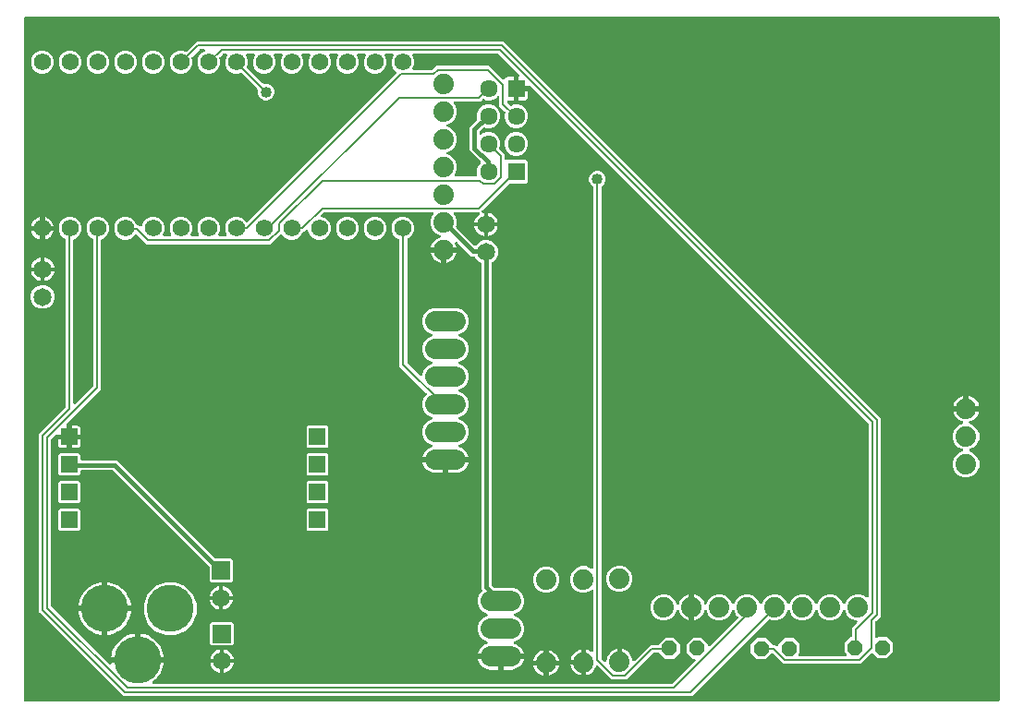
<source format=gbl>
G04 EAGLE Gerber X2 export*
%TF.Part,Single*%
%TF.FileFunction,Other,Bottom Copper*%
%TF.FilePolarity,Positive*%
%TF.GenerationSoftware,Autodesk,EAGLE,9.1.1*%
%TF.CreationDate,2018-08-06T02:15:33Z*%
G75*
%MOIN*%
%FSLAX34Y34*%
%LPD*%
%AMOC8*
5,1,8,0,0,1.08239X$1,22.5*%
G01*
%ADD10R,0.065000X0.065000*%
%ADD11C,0.065000*%
%ADD12C,0.170000*%
%ADD13P,0.060614X8X22.500000*%
%ADD14C,0.074000*%
%ADD15C,0.074000*%
%ADD16R,0.059433X0.059433*%
%ADD17R,0.063370X0.063370*%
%ADD18C,0.063370*%
%ADD19C,0.062000*%
%ADD20C,0.015000*%
%ADD21C,0.008000*%
%ADD22C,0.040000*%

G36*
X35258Y131D02*
X35258Y131D01*
X35263Y132D01*
X35264Y132D01*
X35265Y132D01*
X35270Y134D01*
X35275Y136D01*
X35276Y136D01*
X35277Y137D01*
X35281Y140D01*
X35285Y143D01*
X35286Y144D01*
X35287Y144D01*
X35290Y148D01*
X35293Y152D01*
X35294Y153D01*
X35295Y154D01*
X35297Y158D01*
X35299Y163D01*
X35299Y164D01*
X35300Y165D01*
X35302Y177D01*
X35302Y179D01*
X35302Y180D01*
X35302Y24820D01*
X35302Y24825D01*
X35301Y24830D01*
X35301Y24831D01*
X35301Y24832D01*
X35299Y24837D01*
X35297Y24842D01*
X35297Y24843D01*
X35296Y24844D01*
X35293Y24848D01*
X35291Y24852D01*
X35290Y24853D01*
X35289Y24854D01*
X35285Y24857D01*
X35281Y24860D01*
X35280Y24861D01*
X35279Y24862D01*
X35275Y24864D01*
X35270Y24866D01*
X35269Y24866D01*
X35268Y24867D01*
X35256Y24869D01*
X35254Y24869D01*
X35253Y24869D01*
X180Y24869D01*
X175Y24869D01*
X170Y24868D01*
X169Y24868D01*
X168Y24868D01*
X163Y24866D01*
X158Y24864D01*
X157Y24864D01*
X156Y24863D01*
X152Y24860D01*
X148Y24857D01*
X147Y24856D01*
X146Y24856D01*
X143Y24852D01*
X140Y24848D01*
X139Y24847D01*
X138Y24846D01*
X136Y24842D01*
X134Y24837D01*
X134Y24836D01*
X133Y24835D01*
X131Y24823D01*
X131Y24821D01*
X131Y24820D01*
X131Y180D01*
X131Y175D01*
X132Y170D01*
X132Y169D01*
X132Y168D01*
X134Y163D01*
X136Y158D01*
X136Y157D01*
X137Y156D01*
X140Y152D01*
X143Y148D01*
X144Y147D01*
X144Y146D01*
X148Y143D01*
X152Y140D01*
X153Y139D01*
X154Y138D01*
X158Y136D01*
X163Y134D01*
X164Y134D01*
X165Y133D01*
X177Y131D01*
X179Y131D01*
X180Y131D01*
X35253Y131D01*
X35258Y131D01*
G37*
%LPC*%
G36*
X3702Y339D02*
X3702Y339D01*
X659Y3382D01*
X659Y9818D01*
X1605Y10764D01*
X1607Y10767D01*
X1610Y10770D01*
X1611Y10772D01*
X1612Y10774D01*
X1614Y10778D01*
X1616Y10781D01*
X1616Y10783D01*
X1617Y10785D01*
X1619Y10797D01*
X1619Y10798D01*
X1619Y10799D01*
X1619Y16819D01*
X1619Y16821D01*
X1619Y16822D01*
X1618Y16827D01*
X1618Y16831D01*
X1617Y16833D01*
X1617Y16834D01*
X1615Y16839D01*
X1613Y16843D01*
X1612Y16844D01*
X1612Y16846D01*
X1609Y16849D01*
X1606Y16853D01*
X1605Y16854D01*
X1604Y16855D01*
X1601Y16856D01*
X1596Y16861D01*
X1591Y16863D01*
X1589Y16865D01*
X1547Y16882D01*
X1432Y16997D01*
X1369Y17148D01*
X1369Y17312D01*
X1432Y17463D01*
X1547Y17578D01*
X1698Y17641D01*
X1862Y17641D01*
X2013Y17578D01*
X2128Y17463D01*
X2191Y17312D01*
X2191Y17148D01*
X2128Y16997D01*
X2013Y16882D01*
X1931Y16848D01*
X1930Y16847D01*
X1928Y16847D01*
X1924Y16844D01*
X1920Y16842D01*
X1919Y16841D01*
X1918Y16840D01*
X1915Y16836D01*
X1911Y16833D01*
X1911Y16832D01*
X1910Y16831D01*
X1907Y16827D01*
X1905Y16823D01*
X1905Y16821D01*
X1904Y16820D01*
X1903Y16817D01*
X1901Y16811D01*
X1901Y16805D01*
X1901Y16803D01*
X1901Y10939D01*
X1901Y10933D01*
X1902Y10928D01*
X1902Y10927D01*
X1902Y10926D01*
X1904Y10921D01*
X1906Y10916D01*
X1907Y10915D01*
X1910Y10910D01*
X1913Y10906D01*
X1914Y10905D01*
X1919Y10901D01*
X1923Y10898D01*
X1923Y10897D01*
X1924Y10897D01*
X1929Y10895D01*
X1934Y10892D01*
X1935Y10892D01*
X1941Y10891D01*
X1946Y10890D01*
X1947Y10890D01*
X1953Y10890D01*
X1959Y10890D01*
X1960Y10890D01*
X1965Y10892D01*
X1970Y10894D01*
X1971Y10894D01*
X1972Y10894D01*
X1982Y10901D01*
X1984Y10903D01*
X1985Y10904D01*
X2605Y11524D01*
X2607Y11527D01*
X2610Y11530D01*
X2611Y11532D01*
X2612Y11534D01*
X2614Y11538D01*
X2616Y11541D01*
X2616Y11543D01*
X2617Y11545D01*
X2619Y11557D01*
X2619Y11558D01*
X2619Y11559D01*
X2619Y16819D01*
X2619Y16821D01*
X2619Y16822D01*
X2618Y16827D01*
X2618Y16831D01*
X2617Y16833D01*
X2617Y16834D01*
X2615Y16839D01*
X2613Y16843D01*
X2612Y16844D01*
X2612Y16846D01*
X2609Y16849D01*
X2606Y16853D01*
X2605Y16854D01*
X2604Y16855D01*
X2601Y16856D01*
X2596Y16861D01*
X2591Y16863D01*
X2589Y16865D01*
X2547Y16882D01*
X2432Y16997D01*
X2369Y17148D01*
X2369Y17312D01*
X2432Y17463D01*
X2547Y17578D01*
X2698Y17641D01*
X2862Y17641D01*
X3013Y17578D01*
X3128Y17463D01*
X3191Y17312D01*
X3191Y17148D01*
X3128Y16997D01*
X3013Y16882D01*
X2931Y16848D01*
X2930Y16847D01*
X2928Y16847D01*
X2924Y16844D01*
X2920Y16842D01*
X2919Y16841D01*
X2918Y16840D01*
X2915Y16836D01*
X2911Y16833D01*
X2911Y16832D01*
X2910Y16831D01*
X2907Y16827D01*
X2905Y16823D01*
X2905Y16821D01*
X2904Y16820D01*
X2903Y16817D01*
X2901Y16811D01*
X2901Y16805D01*
X2901Y16803D01*
X2901Y11422D01*
X1661Y10182D01*
X1658Y10178D01*
X1654Y10173D01*
X1653Y10172D01*
X1651Y10167D01*
X1649Y10162D01*
X1649Y10161D01*
X1648Y10155D01*
X1647Y10150D01*
X1647Y10149D01*
X1647Y10148D01*
X1647Y10143D01*
X1648Y10137D01*
X1648Y10136D01*
X1650Y10131D01*
X1652Y10126D01*
X1652Y10125D01*
X1652Y10124D01*
X1655Y10120D01*
X1658Y10115D01*
X1659Y10115D01*
X1659Y10114D01*
X1662Y10112D01*
X1662Y9788D01*
X1339Y9788D01*
X1334Y9792D01*
X1330Y9795D01*
X1329Y9795D01*
X1329Y9796D01*
X1324Y9798D01*
X1319Y9801D01*
X1318Y9801D01*
X1312Y9802D01*
X1307Y9803D01*
X1306Y9803D01*
X1305Y9803D01*
X1300Y9803D01*
X1294Y9803D01*
X1294Y9802D01*
X1293Y9802D01*
X1288Y9801D01*
X1282Y9799D01*
X1281Y9798D01*
X1271Y9792D01*
X1269Y9790D01*
X1268Y9789D01*
X1115Y9636D01*
X1113Y9633D01*
X1110Y9630D01*
X1109Y9628D01*
X1108Y9626D01*
X1106Y9622D01*
X1104Y9619D01*
X1104Y9617D01*
X1103Y9615D01*
X1101Y9603D01*
X1101Y9602D01*
X1101Y9601D01*
X1101Y3599D01*
X1101Y3594D01*
X1101Y3590D01*
X1102Y3588D01*
X1102Y3586D01*
X1104Y3582D01*
X1105Y3578D01*
X1106Y3577D01*
X1107Y3575D01*
X1114Y3565D01*
X1115Y3564D01*
X3185Y1494D01*
X3187Y1493D01*
X3188Y1491D01*
X3192Y1489D01*
X3195Y1486D01*
X3197Y1486D01*
X3199Y1484D01*
X3203Y1483D01*
X3206Y1481D01*
X3208Y1481D01*
X3210Y1480D01*
X3215Y1480D01*
X3219Y1480D01*
X3221Y1480D01*
X3223Y1480D01*
X3227Y1480D01*
X3231Y1481D01*
X3233Y1482D01*
X3235Y1482D01*
X3239Y1484D01*
X3243Y1485D01*
X3244Y1486D01*
X3246Y1487D01*
X3249Y1490D01*
X3253Y1492D01*
X3254Y1494D01*
X3256Y1495D01*
X3258Y1499D01*
X3261Y1502D01*
X3262Y1504D01*
X3263Y1505D01*
X3265Y1509D01*
X3266Y1513D01*
X3267Y1515D01*
X3268Y1517D01*
X3268Y1519D01*
X3269Y1525D01*
X3269Y1532D01*
X3269Y1534D01*
X3267Y1550D01*
X4163Y1550D01*
X4167Y1551D01*
X4172Y1551D01*
X4174Y1552D01*
X4175Y1552D01*
X4180Y1554D01*
X4184Y1555D01*
X4185Y1556D01*
X4186Y1557D01*
X4190Y1559D01*
X4195Y1562D01*
X4195Y1563D01*
X4196Y1564D01*
X4200Y1568D01*
X4203Y1571D01*
X4204Y1573D01*
X4204Y1574D01*
X4206Y1578D01*
X4209Y1582D01*
X4209Y1583D01*
X4210Y1585D01*
X4212Y1597D01*
X4212Y1599D01*
X4212Y1600D01*
X4212Y1650D01*
X4213Y1650D01*
X4213Y1600D01*
X4214Y1595D01*
X4214Y1590D01*
X4215Y1589D01*
X4215Y1587D01*
X4217Y1583D01*
X4218Y1578D01*
X4219Y1577D01*
X4220Y1576D01*
X4222Y1572D01*
X4225Y1568D01*
X4226Y1567D01*
X4227Y1566D01*
X4231Y1563D01*
X4234Y1559D01*
X4235Y1559D01*
X4237Y1558D01*
X4241Y1556D01*
X4245Y1553D01*
X4246Y1553D01*
X4248Y1553D01*
X4260Y1550D01*
X4262Y1551D01*
X4263Y1550D01*
X5158Y1550D01*
X5151Y1490D01*
X5128Y1386D01*
X5092Y1285D01*
X5046Y1189D01*
X4989Y1099D01*
X4923Y1015D01*
X4847Y940D01*
X4764Y873D01*
X4762Y872D01*
X4758Y869D01*
X4754Y866D01*
X4753Y865D01*
X4752Y864D01*
X4749Y860D01*
X4746Y856D01*
X4745Y855D01*
X4745Y854D01*
X4743Y849D01*
X4741Y845D01*
X4741Y843D01*
X4740Y842D01*
X4739Y837D01*
X4739Y833D01*
X4739Y831D01*
X4739Y830D01*
X4739Y825D01*
X4740Y820D01*
X4740Y819D01*
X4740Y818D01*
X4742Y813D01*
X4744Y808D01*
X4744Y807D01*
X4745Y806D01*
X4748Y802D01*
X4750Y798D01*
X4751Y797D01*
X4752Y796D01*
X4756Y793D01*
X4760Y790D01*
X4761Y789D01*
X4762Y788D01*
X4766Y786D01*
X4771Y784D01*
X4772Y784D01*
X4773Y783D01*
X4785Y781D01*
X4787Y781D01*
X4788Y781D01*
X23481Y781D01*
X23486Y781D01*
X23490Y781D01*
X23492Y782D01*
X23494Y782D01*
X23498Y784D01*
X23502Y785D01*
X23503Y786D01*
X23505Y787D01*
X23515Y794D01*
X23516Y795D01*
X24325Y1605D01*
X24329Y1609D01*
X24332Y1613D01*
X24333Y1614D01*
X24335Y1619D01*
X24338Y1625D01*
X24338Y1626D01*
X24339Y1631D01*
X24340Y1637D01*
X24340Y1638D01*
X24339Y1644D01*
X24339Y1649D01*
X24339Y1650D01*
X24337Y1656D01*
X24335Y1661D01*
X24334Y1662D01*
X24331Y1667D01*
X24328Y1671D01*
X24328Y1672D01*
X24327Y1672D01*
X24323Y1676D01*
X24319Y1680D01*
X24318Y1680D01*
X24313Y1683D01*
X24308Y1685D01*
X24307Y1686D01*
X24295Y1688D01*
X24292Y1688D01*
X24291Y1689D01*
X24238Y1689D01*
X24015Y1912D01*
X24015Y2227D01*
X24238Y2450D01*
X24553Y2450D01*
X24776Y2227D01*
X24776Y2174D01*
X24777Y2169D01*
X24777Y2163D01*
X24778Y2162D01*
X24780Y2157D01*
X24782Y2151D01*
X24782Y2150D01*
X24786Y2146D01*
X24789Y2141D01*
X24790Y2140D01*
X24794Y2137D01*
X24798Y2133D01*
X24799Y2133D01*
X24799Y2132D01*
X24804Y2130D01*
X24809Y2128D01*
X24810Y2127D01*
X24811Y2127D01*
X24816Y2126D01*
X24822Y2125D01*
X24823Y2125D01*
X24828Y2125D01*
X24834Y2126D01*
X24835Y2126D01*
X24841Y2128D01*
X24846Y2129D01*
X24846Y2130D01*
X24847Y2130D01*
X24857Y2137D01*
X24859Y2138D01*
X24860Y2139D01*
X25868Y3147D01*
X25871Y3151D01*
X25874Y3154D01*
X25875Y3156D01*
X25875Y3157D01*
X25877Y3161D01*
X25880Y3166D01*
X25880Y3167D01*
X25880Y3168D01*
X25881Y3173D01*
X25882Y3178D01*
X25882Y3179D01*
X25882Y3180D01*
X25882Y3185D01*
X25881Y3190D01*
X25881Y3191D01*
X25881Y3193D01*
X25879Y3197D01*
X25878Y3202D01*
X25877Y3203D01*
X25877Y3204D01*
X25870Y3215D01*
X25868Y3216D01*
X25801Y3283D01*
X25746Y3417D01*
X25743Y3422D01*
X25740Y3427D01*
X25739Y3428D01*
X25735Y3432D01*
X25732Y3436D01*
X25731Y3436D01*
X25731Y3437D01*
X25726Y3440D01*
X25721Y3443D01*
X25720Y3443D01*
X25715Y3445D01*
X25709Y3447D01*
X25708Y3447D01*
X25703Y3447D01*
X25697Y3447D01*
X25696Y3447D01*
X25690Y3446D01*
X25685Y3445D01*
X25684Y3445D01*
X25679Y3442D01*
X25674Y3440D01*
X25673Y3439D01*
X25672Y3439D01*
X25668Y3435D01*
X25664Y3432D01*
X25664Y3431D01*
X25663Y3431D01*
X25656Y3421D01*
X25655Y3418D01*
X25654Y3417D01*
X25599Y3283D01*
X25467Y3151D01*
X25294Y3079D01*
X25106Y3079D01*
X24933Y3151D01*
X24801Y3283D01*
X24744Y3421D01*
X24743Y3422D01*
X24743Y3423D01*
X24740Y3427D01*
X24738Y3431D01*
X24737Y3432D01*
X24736Y3433D01*
X24733Y3437D01*
X24729Y3440D01*
X24728Y3441D01*
X24727Y3442D01*
X24723Y3444D01*
X24719Y3447D01*
X24717Y3447D01*
X24716Y3448D01*
X24711Y3449D01*
X24707Y3450D01*
X24705Y3450D01*
X24704Y3451D01*
X24699Y3451D01*
X24694Y3451D01*
X24693Y3451D01*
X24692Y3450D01*
X24687Y3449D01*
X24682Y3448D01*
X24681Y3448D01*
X24680Y3447D01*
X24675Y3445D01*
X24671Y3443D01*
X24670Y3442D01*
X24669Y3441D01*
X24665Y3438D01*
X24662Y3434D01*
X24661Y3433D01*
X24660Y3432D01*
X24659Y3430D01*
X24655Y3424D01*
X24653Y3419D01*
X24652Y3417D01*
X24636Y3369D01*
X24603Y3303D01*
X24559Y3243D01*
X24507Y3191D01*
X24447Y3147D01*
X24381Y3114D01*
X24310Y3091D01*
X24299Y3089D01*
X24299Y3500D01*
X24299Y3505D01*
X24298Y3510D01*
X24298Y3511D01*
X24298Y3512D01*
X24296Y3517D01*
X24294Y3522D01*
X24294Y3523D01*
X24293Y3524D01*
X24290Y3528D01*
X24287Y3532D01*
X24286Y3533D01*
X24286Y3534D01*
X24282Y3537D01*
X24278Y3540D01*
X24277Y3541D01*
X24276Y3542D01*
X24272Y3544D01*
X24267Y3546D01*
X24266Y3546D01*
X24265Y3547D01*
X24253Y3549D01*
X24251Y3549D01*
X24250Y3549D01*
X24150Y3549D01*
X24145Y3549D01*
X24140Y3548D01*
X24139Y3548D01*
X24138Y3548D01*
X24133Y3546D01*
X24128Y3544D01*
X24127Y3544D01*
X24126Y3543D01*
X24122Y3540D01*
X24118Y3537D01*
X24117Y3536D01*
X24116Y3536D01*
X24113Y3532D01*
X24110Y3528D01*
X24109Y3527D01*
X24108Y3526D01*
X24106Y3522D01*
X24104Y3517D01*
X24104Y3516D01*
X24103Y3515D01*
X24101Y3503D01*
X24101Y3501D01*
X24101Y3500D01*
X24101Y3089D01*
X24090Y3091D01*
X24019Y3114D01*
X23953Y3147D01*
X23893Y3191D01*
X23841Y3243D01*
X23797Y3303D01*
X23764Y3369D01*
X23748Y3417D01*
X23748Y3418D01*
X23747Y3419D01*
X23745Y3424D01*
X23743Y3428D01*
X23742Y3429D01*
X23742Y3430D01*
X23738Y3434D01*
X23735Y3438D01*
X23734Y3438D01*
X23733Y3439D01*
X23729Y3442D01*
X23725Y3445D01*
X23724Y3445D01*
X23723Y3446D01*
X23718Y3448D01*
X23713Y3450D01*
X23712Y3450D01*
X23711Y3450D01*
X23706Y3450D01*
X23701Y3451D01*
X23700Y3451D01*
X23698Y3451D01*
X23694Y3450D01*
X23689Y3449D01*
X23687Y3449D01*
X23686Y3449D01*
X23682Y3446D01*
X23677Y3445D01*
X23676Y3444D01*
X23675Y3443D01*
X23671Y3440D01*
X23667Y3437D01*
X23666Y3436D01*
X23665Y3435D01*
X23664Y3433D01*
X23659Y3427D01*
X23657Y3423D01*
X23656Y3421D01*
X23599Y3283D01*
X23467Y3151D01*
X23294Y3079D01*
X23106Y3079D01*
X22933Y3151D01*
X22801Y3283D01*
X22729Y3456D01*
X22729Y3644D01*
X22801Y3817D01*
X22933Y3949D01*
X23106Y4021D01*
X23294Y4021D01*
X23467Y3949D01*
X23599Y3817D01*
X23656Y3679D01*
X23657Y3678D01*
X23657Y3677D01*
X23660Y3673D01*
X23662Y3669D01*
X23663Y3668D01*
X23664Y3667D01*
X23667Y3663D01*
X23671Y3660D01*
X23672Y3659D01*
X23673Y3658D01*
X23677Y3656D01*
X23681Y3653D01*
X23683Y3653D01*
X23684Y3652D01*
X23689Y3651D01*
X23693Y3650D01*
X23695Y3650D01*
X23696Y3649D01*
X23701Y3649D01*
X23706Y3649D01*
X23707Y3649D01*
X23708Y3650D01*
X23713Y3651D01*
X23718Y3652D01*
X23719Y3652D01*
X23720Y3653D01*
X23725Y3655D01*
X23729Y3657D01*
X23730Y3658D01*
X23731Y3659D01*
X23735Y3662D01*
X23738Y3666D01*
X23739Y3667D01*
X23740Y3668D01*
X23741Y3670D01*
X23745Y3676D01*
X23747Y3681D01*
X23748Y3683D01*
X23764Y3731D01*
X23797Y3797D01*
X23841Y3857D01*
X23893Y3909D01*
X23953Y3953D01*
X24019Y3986D01*
X24090Y4009D01*
X24101Y4011D01*
X24101Y3600D01*
X24101Y3595D01*
X24102Y3590D01*
X24102Y3589D01*
X24102Y3588D01*
X24104Y3583D01*
X24106Y3578D01*
X24106Y3577D01*
X24107Y3576D01*
X24110Y3572D01*
X24113Y3568D01*
X24114Y3567D01*
X24114Y3566D01*
X24118Y3563D01*
X24122Y3560D01*
X24123Y3559D01*
X24124Y3558D01*
X24128Y3556D01*
X24133Y3554D01*
X24134Y3554D01*
X24135Y3553D01*
X24147Y3551D01*
X24149Y3551D01*
X24150Y3551D01*
X24250Y3551D01*
X24255Y3551D01*
X24260Y3552D01*
X24261Y3552D01*
X24262Y3552D01*
X24267Y3554D01*
X24272Y3556D01*
X24273Y3556D01*
X24274Y3557D01*
X24278Y3560D01*
X24282Y3563D01*
X24283Y3564D01*
X24284Y3564D01*
X24287Y3568D01*
X24290Y3572D01*
X24291Y3573D01*
X24292Y3574D01*
X24294Y3578D01*
X24296Y3583D01*
X24296Y3584D01*
X24297Y3585D01*
X24299Y3597D01*
X24299Y3599D01*
X24299Y3600D01*
X24299Y4011D01*
X24310Y4009D01*
X24381Y3986D01*
X24447Y3953D01*
X24507Y3909D01*
X24559Y3857D01*
X24603Y3797D01*
X24636Y3731D01*
X24652Y3683D01*
X24652Y3682D01*
X24653Y3681D01*
X24655Y3676D01*
X24657Y3672D01*
X24658Y3671D01*
X24658Y3670D01*
X24662Y3666D01*
X24665Y3662D01*
X24666Y3662D01*
X24667Y3661D01*
X24671Y3658D01*
X24675Y3655D01*
X24676Y3655D01*
X24677Y3654D01*
X24682Y3652D01*
X24687Y3650D01*
X24688Y3650D01*
X24689Y3650D01*
X24694Y3650D01*
X24699Y3649D01*
X24700Y3649D01*
X24702Y3649D01*
X24706Y3650D01*
X24711Y3651D01*
X24713Y3651D01*
X24714Y3651D01*
X24718Y3654D01*
X24723Y3655D01*
X24724Y3656D01*
X24725Y3657D01*
X24729Y3660D01*
X24733Y3663D01*
X24734Y3664D01*
X24735Y3665D01*
X24736Y3667D01*
X24741Y3673D01*
X24743Y3677D01*
X24744Y3679D01*
X24801Y3817D01*
X24933Y3949D01*
X25106Y4021D01*
X25294Y4021D01*
X25467Y3949D01*
X25599Y3817D01*
X25654Y3683D01*
X25657Y3678D01*
X25660Y3673D01*
X25661Y3672D01*
X25665Y3668D01*
X25668Y3664D01*
X25669Y3664D01*
X25669Y3663D01*
X25674Y3660D01*
X25679Y3657D01*
X25680Y3657D01*
X25685Y3655D01*
X25691Y3653D01*
X25692Y3653D01*
X25697Y3653D01*
X25703Y3653D01*
X25704Y3653D01*
X25710Y3654D01*
X25715Y3655D01*
X25716Y3655D01*
X25721Y3658D01*
X25726Y3660D01*
X25727Y3661D01*
X25728Y3661D01*
X25732Y3665D01*
X25736Y3668D01*
X25736Y3669D01*
X25737Y3669D01*
X25744Y3679D01*
X25745Y3682D01*
X25746Y3683D01*
X25801Y3817D01*
X25933Y3949D01*
X26106Y4021D01*
X26294Y4021D01*
X26467Y3949D01*
X26599Y3817D01*
X26654Y3683D01*
X26657Y3678D01*
X26660Y3673D01*
X26661Y3672D01*
X26665Y3668D01*
X26668Y3664D01*
X26669Y3664D01*
X26669Y3663D01*
X26674Y3660D01*
X26679Y3657D01*
X26680Y3657D01*
X26685Y3655D01*
X26691Y3653D01*
X26692Y3653D01*
X26697Y3653D01*
X26703Y3653D01*
X26704Y3653D01*
X26710Y3654D01*
X26715Y3655D01*
X26716Y3655D01*
X26721Y3658D01*
X26726Y3660D01*
X26727Y3661D01*
X26728Y3661D01*
X26732Y3665D01*
X26736Y3668D01*
X26736Y3669D01*
X26737Y3669D01*
X26744Y3679D01*
X26745Y3682D01*
X26746Y3683D01*
X26801Y3817D01*
X26933Y3949D01*
X27106Y4021D01*
X27294Y4021D01*
X27467Y3949D01*
X27599Y3817D01*
X27654Y3683D01*
X27657Y3678D01*
X27660Y3673D01*
X27661Y3672D01*
X27665Y3668D01*
X27668Y3664D01*
X27669Y3664D01*
X27669Y3663D01*
X27674Y3660D01*
X27679Y3657D01*
X27680Y3657D01*
X27685Y3655D01*
X27691Y3653D01*
X27692Y3653D01*
X27697Y3653D01*
X27703Y3653D01*
X27704Y3653D01*
X27710Y3654D01*
X27715Y3655D01*
X27716Y3655D01*
X27721Y3658D01*
X27726Y3660D01*
X27727Y3661D01*
X27728Y3661D01*
X27732Y3665D01*
X27736Y3668D01*
X27736Y3669D01*
X27737Y3669D01*
X27744Y3679D01*
X27745Y3682D01*
X27746Y3683D01*
X27801Y3817D01*
X27933Y3949D01*
X28106Y4021D01*
X28294Y4021D01*
X28467Y3949D01*
X28599Y3817D01*
X28654Y3683D01*
X28657Y3678D01*
X28660Y3673D01*
X28661Y3672D01*
X28665Y3668D01*
X28668Y3664D01*
X28669Y3664D01*
X28669Y3663D01*
X28674Y3660D01*
X28679Y3657D01*
X28680Y3657D01*
X28685Y3655D01*
X28691Y3653D01*
X28692Y3653D01*
X28697Y3653D01*
X28703Y3653D01*
X28704Y3653D01*
X28710Y3654D01*
X28715Y3655D01*
X28716Y3655D01*
X28721Y3658D01*
X28726Y3660D01*
X28727Y3661D01*
X28728Y3661D01*
X28732Y3665D01*
X28736Y3668D01*
X28736Y3669D01*
X28737Y3669D01*
X28744Y3679D01*
X28745Y3682D01*
X28746Y3683D01*
X28801Y3817D01*
X28933Y3949D01*
X29106Y4021D01*
X29294Y4021D01*
X29467Y3949D01*
X29599Y3817D01*
X29654Y3683D01*
X29657Y3678D01*
X29660Y3673D01*
X29661Y3672D01*
X29665Y3668D01*
X29668Y3664D01*
X29669Y3664D01*
X29669Y3663D01*
X29674Y3660D01*
X29679Y3657D01*
X29680Y3657D01*
X29685Y3655D01*
X29691Y3653D01*
X29692Y3653D01*
X29697Y3653D01*
X29703Y3653D01*
X29704Y3653D01*
X29710Y3654D01*
X29715Y3655D01*
X29716Y3655D01*
X29721Y3658D01*
X29726Y3660D01*
X29727Y3661D01*
X29728Y3661D01*
X29732Y3665D01*
X29736Y3668D01*
X29736Y3669D01*
X29737Y3669D01*
X29744Y3679D01*
X29745Y3682D01*
X29746Y3683D01*
X29801Y3817D01*
X29933Y3949D01*
X30106Y4021D01*
X30294Y4021D01*
X30467Y3949D01*
X30495Y3921D01*
X30500Y3917D01*
X30504Y3914D01*
X30504Y3913D01*
X30505Y3913D01*
X30510Y3911D01*
X30515Y3908D01*
X30516Y3908D01*
X30522Y3907D01*
X30527Y3906D01*
X30528Y3906D01*
X30529Y3906D01*
X30534Y3907D01*
X30540Y3907D01*
X30541Y3907D01*
X30546Y3909D01*
X30552Y3911D01*
X30553Y3912D01*
X30557Y3915D01*
X30562Y3918D01*
X30563Y3919D01*
X30567Y3923D01*
X30570Y3927D01*
X30571Y3928D01*
X30574Y3933D01*
X30576Y3938D01*
X30576Y3939D01*
X30577Y3939D01*
X30579Y3952D01*
X30579Y3954D01*
X30579Y3955D01*
X30579Y10161D01*
X30579Y10166D01*
X30579Y10170D01*
X30578Y10172D01*
X30578Y10174D01*
X30576Y10178D01*
X30575Y10182D01*
X30574Y10183D01*
X30573Y10185D01*
X30566Y10195D01*
X30565Y10196D01*
X18372Y22389D01*
X18367Y22393D01*
X18363Y22396D01*
X18362Y22396D01*
X18362Y22397D01*
X18357Y22399D01*
X18352Y22401D01*
X18351Y22402D01*
X18350Y22402D01*
X18345Y22403D01*
X18339Y22404D01*
X18338Y22404D01*
X18333Y22403D01*
X18327Y22403D01*
X18326Y22403D01*
X18326Y22402D01*
X18321Y22401D01*
X18315Y22399D01*
X18315Y22398D01*
X18314Y22398D01*
X18310Y22395D01*
X18305Y22392D01*
X18304Y22391D01*
X18300Y22387D01*
X18297Y22383D01*
X18296Y22382D01*
X18294Y22378D01*
X17968Y22378D01*
X17968Y22704D01*
X17973Y22707D01*
X17977Y22710D01*
X17978Y22711D01*
X17982Y22715D01*
X17986Y22720D01*
X17986Y22721D01*
X17989Y22726D01*
X17991Y22731D01*
X17991Y22732D01*
X17992Y22738D01*
X17994Y22743D01*
X17994Y22744D01*
X17993Y22750D01*
X17993Y22755D01*
X17993Y22756D01*
X17993Y22757D01*
X17991Y22762D01*
X17989Y22767D01*
X17989Y22768D01*
X17982Y22779D01*
X17980Y22780D01*
X17979Y22782D01*
X17236Y23525D01*
X17233Y23527D01*
X17230Y23530D01*
X17228Y23531D01*
X17226Y23532D01*
X17222Y23534D01*
X17219Y23536D01*
X17217Y23536D01*
X17215Y23537D01*
X17203Y23539D01*
X17202Y23539D01*
X17201Y23539D01*
X14170Y23539D01*
X14168Y23539D01*
X14166Y23539D01*
X14162Y23538D01*
X14158Y23538D01*
X14156Y23537D01*
X14154Y23536D01*
X14150Y23535D01*
X14146Y23533D01*
X14145Y23532D01*
X14143Y23531D01*
X14140Y23528D01*
X14136Y23526D01*
X14135Y23524D01*
X14133Y23523D01*
X14131Y23519D01*
X14128Y23516D01*
X14128Y23514D01*
X14126Y23512D01*
X14125Y23509D01*
X14123Y23505D01*
X14123Y23503D01*
X14122Y23501D01*
X14122Y23497D01*
X14121Y23493D01*
X14121Y23490D01*
X14121Y23488D01*
X14122Y23486D01*
X14122Y23480D01*
X14124Y23474D01*
X14125Y23471D01*
X14191Y23312D01*
X14191Y23148D01*
X14133Y23009D01*
X14132Y23007D01*
X14132Y23005D01*
X14131Y23001D01*
X14130Y22997D01*
X14130Y22995D01*
X14129Y22993D01*
X14130Y22989D01*
X14130Y22984D01*
X14130Y22982D01*
X14130Y22980D01*
X14132Y22976D01*
X14133Y22972D01*
X14134Y22970D01*
X14134Y22968D01*
X14136Y22965D01*
X14138Y22961D01*
X14140Y22960D01*
X14141Y22958D01*
X14144Y22955D01*
X14147Y22952D01*
X14149Y22951D01*
X14150Y22950D01*
X14154Y22948D01*
X14157Y22946D01*
X14159Y22945D01*
X14161Y22944D01*
X14164Y22943D01*
X14169Y22942D01*
X14176Y22941D01*
X14178Y22941D01*
X14801Y22941D01*
X14806Y22941D01*
X14810Y22941D01*
X14812Y22942D01*
X14814Y22942D01*
X14818Y22944D01*
X14822Y22945D01*
X14823Y22946D01*
X14825Y22947D01*
X14835Y22954D01*
X14836Y22955D01*
X14885Y23004D01*
X14982Y23101D01*
X16898Y23101D01*
X17379Y22620D01*
X17383Y22617D01*
X17387Y22614D01*
X17388Y22613D01*
X17389Y22613D01*
X17393Y22611D01*
X17398Y22608D01*
X17399Y22608D01*
X17400Y22608D01*
X17405Y22607D01*
X17410Y22606D01*
X17411Y22606D01*
X17412Y22606D01*
X17417Y22606D01*
X17423Y22607D01*
X17424Y22607D01*
X17425Y22607D01*
X17429Y22609D01*
X17434Y22610D01*
X17435Y22611D01*
X17436Y22611D01*
X17441Y22614D01*
X17445Y22617D01*
X17445Y22618D01*
X17447Y22619D01*
X17455Y22628D01*
X17455Y22630D01*
X17456Y22630D01*
X17473Y22659D01*
X17491Y22677D01*
X17514Y22691D01*
X17540Y22698D01*
X17772Y22698D01*
X17772Y22328D01*
X17773Y22324D01*
X17773Y22319D01*
X17774Y22317D01*
X17774Y22316D01*
X17776Y22312D01*
X17777Y22307D01*
X17778Y22306D01*
X17778Y22305D01*
X17781Y22301D01*
X17784Y22296D01*
X17785Y22296D01*
X17786Y22295D01*
X17790Y22291D01*
X17793Y22288D01*
X17794Y22287D01*
X17795Y22287D01*
X17800Y22285D01*
X17804Y22282D01*
X17805Y22282D01*
X17807Y22281D01*
X17815Y22280D01*
X17812Y22280D01*
X17811Y22279D01*
X17809Y22279D01*
X17805Y22277D01*
X17800Y22276D01*
X17799Y22275D01*
X17798Y22275D01*
X17794Y22272D01*
X17790Y22269D01*
X17789Y22268D01*
X17788Y22267D01*
X17785Y22263D01*
X17781Y22260D01*
X17781Y22259D01*
X17780Y22258D01*
X17778Y22253D01*
X17775Y22249D01*
X17775Y22248D01*
X17775Y22246D01*
X17772Y22234D01*
X17773Y22233D01*
X17772Y22232D01*
X17772Y21862D01*
X17590Y21862D01*
X17585Y21862D01*
X17580Y21861D01*
X17579Y21861D01*
X17578Y21861D01*
X17573Y21859D01*
X17568Y21857D01*
X17567Y21857D01*
X17566Y21856D01*
X17562Y21853D01*
X17558Y21851D01*
X17557Y21850D01*
X17556Y21849D01*
X17553Y21845D01*
X17550Y21841D01*
X17549Y21840D01*
X17548Y21839D01*
X17546Y21835D01*
X17544Y21830D01*
X17544Y21829D01*
X17543Y21828D01*
X17541Y21816D01*
X17541Y21814D01*
X17541Y21813D01*
X17541Y21799D01*
X17541Y21794D01*
X17541Y21790D01*
X17542Y21788D01*
X17542Y21786D01*
X17544Y21782D01*
X17545Y21778D01*
X17546Y21777D01*
X17547Y21775D01*
X17554Y21765D01*
X17555Y21764D01*
X17647Y21672D01*
X17648Y21671D01*
X17649Y21670D01*
X17653Y21668D01*
X17656Y21665D01*
X17658Y21664D01*
X17659Y21663D01*
X17664Y21662D01*
X17668Y21660D01*
X17669Y21660D01*
X17671Y21659D01*
X17676Y21659D01*
X17680Y21658D01*
X17682Y21658D01*
X17683Y21658D01*
X17686Y21659D01*
X17693Y21659D01*
X17698Y21661D01*
X17700Y21662D01*
X17787Y21698D01*
X17953Y21698D01*
X18107Y21634D01*
X18224Y21517D01*
X18288Y21363D01*
X18288Y21197D01*
X18224Y21043D01*
X18107Y20926D01*
X17953Y20862D01*
X17787Y20862D01*
X17633Y20926D01*
X17516Y21043D01*
X17452Y21197D01*
X17452Y21363D01*
X17471Y21407D01*
X17471Y21409D01*
X17472Y21410D01*
X17473Y21415D01*
X17474Y21419D01*
X17474Y21421D01*
X17474Y21422D01*
X17474Y21427D01*
X17474Y21432D01*
X17474Y21433D01*
X17474Y21435D01*
X17472Y21439D01*
X17471Y21444D01*
X17470Y21445D01*
X17470Y21447D01*
X17469Y21449D01*
X17465Y21455D01*
X17461Y21459D01*
X17460Y21461D01*
X17259Y21662D01*
X17259Y21960D01*
X17259Y21965D01*
X17258Y21971D01*
X17258Y21972D01*
X17256Y21977D01*
X17254Y21983D01*
X17253Y21983D01*
X17253Y21984D01*
X17250Y21988D01*
X17247Y21993D01*
X17246Y21993D01*
X17246Y21994D01*
X17241Y21997D01*
X17237Y22001D01*
X17236Y22002D01*
X17231Y22004D01*
X17226Y22006D01*
X17225Y22006D01*
X17225Y22007D01*
X17219Y22008D01*
X17214Y22009D01*
X17213Y22009D01*
X17207Y22009D01*
X17201Y22008D01*
X17200Y22008D01*
X17195Y22006D01*
X17190Y22005D01*
X17189Y22004D01*
X17188Y22004D01*
X17178Y21997D01*
X17176Y21995D01*
X17175Y21995D01*
X17107Y21926D01*
X16953Y21862D01*
X16787Y21862D01*
X16700Y21898D01*
X16699Y21899D01*
X16698Y21899D01*
X16693Y21900D01*
X16688Y21902D01*
X16687Y21902D01*
X16685Y21902D01*
X16681Y21902D01*
X16676Y21902D01*
X16674Y21901D01*
X16673Y21901D01*
X16668Y21900D01*
X16664Y21899D01*
X16662Y21898D01*
X16661Y21898D01*
X16659Y21896D01*
X16653Y21893D01*
X16649Y21889D01*
X16647Y21888D01*
X16578Y21819D01*
X15665Y21819D01*
X15660Y21819D01*
X15654Y21818D01*
X15653Y21818D01*
X15648Y21816D01*
X15643Y21814D01*
X15642Y21813D01*
X15637Y21810D01*
X15632Y21807D01*
X15632Y21806D01*
X15631Y21806D01*
X15628Y21801D01*
X15624Y21797D01*
X15624Y21796D01*
X15621Y21791D01*
X15619Y21786D01*
X15619Y21785D01*
X15618Y21785D01*
X15617Y21779D01*
X15616Y21774D01*
X15616Y21773D01*
X15617Y21767D01*
X15617Y21761D01*
X15617Y21760D01*
X15619Y21755D01*
X15621Y21750D01*
X15621Y21749D01*
X15621Y21748D01*
X15628Y21738D01*
X15630Y21736D01*
X15631Y21735D01*
X15649Y21717D01*
X15721Y21544D01*
X15721Y21356D01*
X15649Y21183D01*
X15517Y21051D01*
X15383Y20995D01*
X15378Y20993D01*
X15373Y20990D01*
X15372Y20989D01*
X15368Y20985D01*
X15364Y20982D01*
X15364Y20981D01*
X15363Y20981D01*
X15360Y20976D01*
X15357Y20971D01*
X15357Y20970D01*
X15355Y20965D01*
X15353Y20959D01*
X15353Y20958D01*
X15353Y20953D01*
X15353Y20947D01*
X15353Y20946D01*
X15354Y20940D01*
X15355Y20935D01*
X15355Y20934D01*
X15358Y20929D01*
X15360Y20924D01*
X15361Y20923D01*
X15361Y20922D01*
X15365Y20918D01*
X15368Y20914D01*
X15369Y20914D01*
X15369Y20913D01*
X15379Y20906D01*
X15382Y20905D01*
X15383Y20904D01*
X15517Y20849D01*
X15649Y20717D01*
X15721Y20544D01*
X15721Y20356D01*
X15649Y20183D01*
X15517Y20051D01*
X15383Y19995D01*
X15378Y19993D01*
X15373Y19990D01*
X15372Y19989D01*
X15368Y19985D01*
X15364Y19982D01*
X15364Y19981D01*
X15363Y19981D01*
X15360Y19976D01*
X15357Y19971D01*
X15357Y19970D01*
X15355Y19965D01*
X15353Y19959D01*
X15353Y19958D01*
X15353Y19953D01*
X15353Y19947D01*
X15353Y19946D01*
X15354Y19940D01*
X15355Y19935D01*
X15355Y19934D01*
X15358Y19929D01*
X15360Y19924D01*
X15361Y19923D01*
X15361Y19922D01*
X15365Y19918D01*
X15368Y19914D01*
X15369Y19914D01*
X15369Y19913D01*
X15379Y19906D01*
X15382Y19905D01*
X15383Y19904D01*
X15517Y19849D01*
X15649Y19717D01*
X15721Y19544D01*
X15721Y19356D01*
X15649Y19182D01*
X15647Y19180D01*
X15644Y19176D01*
X15643Y19176D01*
X15643Y19175D01*
X15641Y19170D01*
X15638Y19165D01*
X15638Y19164D01*
X15637Y19158D01*
X15636Y19153D01*
X15636Y19152D01*
X15636Y19151D01*
X15637Y19146D01*
X15637Y19140D01*
X15637Y19139D01*
X15639Y19134D01*
X15641Y19128D01*
X15642Y19127D01*
X15645Y19123D01*
X15648Y19118D01*
X15649Y19117D01*
X15653Y19113D01*
X15657Y19110D01*
X15658Y19109D01*
X15663Y19106D01*
X15668Y19104D01*
X15669Y19104D01*
X15669Y19103D01*
X15682Y19101D01*
X15684Y19101D01*
X15685Y19101D01*
X16419Y19101D01*
X16421Y19101D01*
X16423Y19101D01*
X16427Y19102D01*
X16431Y19102D01*
X16433Y19103D01*
X16435Y19104D01*
X16439Y19105D01*
X16442Y19107D01*
X16444Y19108D01*
X16446Y19109D01*
X16449Y19112D01*
X16452Y19114D01*
X16454Y19116D01*
X16455Y19117D01*
X16458Y19121D01*
X16460Y19124D01*
X16461Y19126D01*
X16462Y19128D01*
X16464Y19131D01*
X16466Y19135D01*
X16466Y19137D01*
X16467Y19139D01*
X16467Y19143D01*
X16468Y19147D01*
X16468Y19150D01*
X16468Y19152D01*
X16467Y19154D01*
X16467Y19160D01*
X16465Y19166D01*
X16464Y19169D01*
X16452Y19197D01*
X16452Y19363D01*
X16516Y19517D01*
X16581Y19581D01*
X16584Y19585D01*
X16587Y19589D01*
X16587Y19590D01*
X16588Y19591D01*
X16590Y19596D01*
X16592Y19600D01*
X16593Y19601D01*
X16593Y19602D01*
X16594Y19607D01*
X16595Y19612D01*
X16595Y19613D01*
X16595Y19615D01*
X16595Y19620D01*
X16594Y19625D01*
X16594Y19626D01*
X16594Y19627D01*
X16592Y19632D01*
X16591Y19636D01*
X16590Y19637D01*
X16589Y19639D01*
X16582Y19649D01*
X16581Y19650D01*
X16581Y19651D01*
X16302Y19930D01*
X16184Y20047D01*
X16184Y20873D01*
X16446Y21134D01*
X16446Y21135D01*
X16448Y21136D01*
X16450Y21140D01*
X16453Y21144D01*
X16454Y21145D01*
X16455Y21147D01*
X16456Y21151D01*
X16458Y21155D01*
X16458Y21157D01*
X16459Y21158D01*
X16459Y21163D01*
X16460Y21168D01*
X16460Y21169D01*
X16460Y21171D01*
X16459Y21173D01*
X16459Y21180D01*
X16457Y21185D01*
X16456Y21188D01*
X16452Y21197D01*
X16452Y21363D01*
X16516Y21517D01*
X16633Y21634D01*
X16787Y21698D01*
X16953Y21698D01*
X17107Y21634D01*
X17224Y21517D01*
X17288Y21363D01*
X17288Y21197D01*
X17224Y21043D01*
X17107Y20926D01*
X16953Y20862D01*
X16787Y20862D01*
X16735Y20884D01*
X16734Y20884D01*
X16733Y20885D01*
X16728Y20886D01*
X16723Y20887D01*
X16722Y20887D01*
X16720Y20887D01*
X16716Y20887D01*
X16711Y20887D01*
X16709Y20887D01*
X16708Y20887D01*
X16703Y20885D01*
X16699Y20884D01*
X16697Y20884D01*
X16696Y20883D01*
X16694Y20882D01*
X16688Y20878D01*
X16684Y20875D01*
X16682Y20873D01*
X16550Y20742D01*
X16548Y20738D01*
X16545Y20735D01*
X16544Y20733D01*
X16543Y20732D01*
X16541Y20728D01*
X16539Y20724D01*
X16539Y20723D01*
X16538Y20720D01*
X16536Y20708D01*
X16536Y20707D01*
X16536Y20655D01*
X16536Y20650D01*
X16537Y20644D01*
X16537Y20643D01*
X16539Y20638D01*
X16541Y20632D01*
X16542Y20632D01*
X16542Y20631D01*
X16545Y20627D01*
X16548Y20622D01*
X16549Y20622D01*
X16549Y20621D01*
X16554Y20618D01*
X16558Y20614D01*
X16559Y20613D01*
X16564Y20611D01*
X16569Y20609D01*
X16570Y20609D01*
X16570Y20608D01*
X16576Y20607D01*
X16581Y20606D01*
X16582Y20606D01*
X16588Y20606D01*
X16594Y20607D01*
X16595Y20607D01*
X16600Y20609D01*
X16605Y20610D01*
X16606Y20611D01*
X16607Y20611D01*
X16617Y20618D01*
X16619Y20620D01*
X16620Y20620D01*
X16633Y20634D01*
X16787Y20698D01*
X16953Y20698D01*
X17107Y20634D01*
X17224Y20517D01*
X17288Y20363D01*
X17288Y20197D01*
X17263Y20139D01*
X17263Y20137D01*
X17262Y20136D01*
X17261Y20131D01*
X17260Y20127D01*
X17260Y20125D01*
X17260Y20124D01*
X17260Y20119D01*
X17260Y20114D01*
X17260Y20113D01*
X17260Y20111D01*
X17262Y20107D01*
X17263Y20102D01*
X17264Y20101D01*
X17264Y20099D01*
X17266Y20097D01*
X17269Y20091D01*
X17273Y20087D01*
X17274Y20085D01*
X17461Y19898D01*
X17461Y19747D01*
X17461Y19742D01*
X17462Y19737D01*
X17462Y19736D01*
X17462Y19735D01*
X17464Y19730D01*
X17466Y19725D01*
X17466Y19724D01*
X17467Y19723D01*
X17470Y19719D01*
X17473Y19715D01*
X17474Y19714D01*
X17474Y19713D01*
X17478Y19710D01*
X17482Y19707D01*
X17483Y19706D01*
X17484Y19705D01*
X17488Y19703D01*
X17493Y19701D01*
X17494Y19701D01*
X17495Y19700D01*
X17507Y19698D01*
X17509Y19698D01*
X17510Y19698D01*
X18229Y19698D01*
X18288Y19639D01*
X18288Y18921D01*
X18229Y18862D01*
X17642Y18862D01*
X17638Y18862D01*
X17633Y18862D01*
X17631Y18861D01*
X17630Y18861D01*
X17626Y18859D01*
X17621Y18858D01*
X17620Y18857D01*
X17618Y18856D01*
X17608Y18849D01*
X17607Y18848D01*
X16638Y17879D01*
X16636Y17876D01*
X16634Y17874D01*
X16632Y17871D01*
X16630Y17869D01*
X16629Y17866D01*
X16627Y17863D01*
X16626Y17860D01*
X16625Y17857D01*
X16625Y17854D01*
X16624Y17851D01*
X16624Y17848D01*
X16623Y17845D01*
X16624Y17842D01*
X16624Y17839D01*
X16624Y17836D01*
X16625Y17833D01*
X16626Y17830D01*
X16626Y17827D01*
X16628Y17824D01*
X16629Y17821D01*
X16631Y17819D01*
X16632Y17816D01*
X16634Y17813D01*
X16636Y17811D01*
X16638Y17809D01*
X16641Y17806D01*
X16643Y17805D01*
X16645Y17803D01*
X16648Y17801D01*
X16651Y17800D01*
X16654Y17799D01*
X16657Y17797D01*
X16660Y17797D01*
X16663Y17796D01*
X16665Y17796D01*
X16669Y17795D01*
X16679Y17795D01*
X16680Y17795D01*
X16712Y17800D01*
X16712Y17448D01*
X16360Y17448D01*
X16365Y17480D01*
X16385Y17543D01*
X16416Y17603D01*
X16455Y17657D01*
X16503Y17705D01*
X16538Y17730D01*
X16540Y17732D01*
X16543Y17734D01*
X16544Y17737D01*
X16547Y17739D01*
X16548Y17741D01*
X16550Y17744D01*
X16552Y17747D01*
X16553Y17749D01*
X16554Y17752D01*
X16556Y17755D01*
X16556Y17758D01*
X16557Y17761D01*
X16557Y17764D01*
X16558Y17767D01*
X16558Y17770D01*
X16558Y17773D01*
X16557Y17777D01*
X16557Y17780D01*
X16556Y17783D01*
X16555Y17786D01*
X16554Y17789D01*
X16553Y17792D01*
X16551Y17794D01*
X16550Y17797D01*
X16548Y17799D01*
X16546Y17802D01*
X16544Y17804D01*
X16542Y17806D01*
X16539Y17808D01*
X16537Y17810D01*
X16534Y17812D01*
X16532Y17813D01*
X16529Y17815D01*
X16526Y17816D01*
X16524Y17817D01*
X16520Y17818D01*
X16510Y17819D01*
X16509Y17819D01*
X15665Y17819D01*
X15660Y17819D01*
X15654Y17818D01*
X15653Y17818D01*
X15648Y17816D01*
X15643Y17814D01*
X15642Y17813D01*
X15637Y17810D01*
X15632Y17807D01*
X15632Y17806D01*
X15631Y17806D01*
X15628Y17801D01*
X15624Y17797D01*
X15624Y17796D01*
X15621Y17791D01*
X15619Y17786D01*
X15619Y17785D01*
X15618Y17785D01*
X15617Y17779D01*
X15616Y17774D01*
X15616Y17773D01*
X15617Y17767D01*
X15617Y17761D01*
X15617Y17760D01*
X15619Y17755D01*
X15621Y17750D01*
X15621Y17749D01*
X15621Y17748D01*
X15628Y17738D01*
X15630Y17736D01*
X15631Y17735D01*
X15649Y17717D01*
X15721Y17544D01*
X15721Y17356D01*
X15702Y17310D01*
X15701Y17309D01*
X15700Y17307D01*
X15700Y17303D01*
X15698Y17298D01*
X15698Y17296D01*
X15698Y17295D01*
X15698Y17290D01*
X15698Y17286D01*
X15698Y17284D01*
X15699Y17283D01*
X15700Y17278D01*
X15701Y17274D01*
X15702Y17272D01*
X15702Y17271D01*
X15704Y17269D01*
X15707Y17263D01*
X15711Y17258D01*
X15712Y17256D01*
X16348Y16620D01*
X16352Y16617D01*
X16356Y16614D01*
X16357Y16613D01*
X16358Y16613D01*
X16363Y16611D01*
X16367Y16608D01*
X16368Y16608D01*
X16370Y16608D01*
X16375Y16607D01*
X16379Y16606D01*
X16381Y16606D01*
X16382Y16606D01*
X16387Y16606D01*
X16392Y16606D01*
X16393Y16607D01*
X16394Y16607D01*
X16399Y16609D01*
X16404Y16610D01*
X16404Y16611D01*
X16406Y16611D01*
X16416Y16618D01*
X16417Y16620D01*
X16418Y16620D01*
X16539Y16741D01*
X16695Y16806D01*
X16865Y16806D01*
X17021Y16741D01*
X17141Y16621D01*
X17206Y16465D01*
X17206Y16295D01*
X17141Y16139D01*
X17021Y16019D01*
X17006Y16013D01*
X17005Y16012D01*
X17003Y16012D01*
X16999Y16009D01*
X16995Y16007D01*
X16994Y16006D01*
X16993Y16005D01*
X16990Y16001D01*
X16986Y15998D01*
X16986Y15997D01*
X16985Y15996D01*
X16982Y15991D01*
X16980Y15987D01*
X16980Y15986D01*
X16979Y15985D01*
X16978Y15982D01*
X16976Y15975D01*
X16976Y15970D01*
X16976Y15967D01*
X16976Y4373D01*
X16976Y4369D01*
X16976Y4365D01*
X16977Y4363D01*
X16977Y4361D01*
X16979Y4357D01*
X16980Y4353D01*
X16981Y4352D01*
X16982Y4349D01*
X16989Y4339D01*
X16990Y4339D01*
X16990Y4338D01*
X17077Y4251D01*
X17081Y4249D01*
X17084Y4246D01*
X17085Y4245D01*
X17087Y4244D01*
X17091Y4242D01*
X17095Y4240D01*
X17096Y4240D01*
X17098Y4239D01*
X17111Y4237D01*
X17112Y4237D01*
X17780Y4237D01*
X17953Y4165D01*
X18085Y4033D01*
X18157Y3860D01*
X18157Y3673D01*
X18085Y3500D01*
X17953Y3367D01*
X17819Y3312D01*
X17814Y3309D01*
X17809Y3306D01*
X17808Y3306D01*
X17804Y3302D01*
X17800Y3298D01*
X17800Y3297D01*
X17799Y3297D01*
X17796Y3292D01*
X17793Y3287D01*
X17793Y3286D01*
X17791Y3281D01*
X17789Y3276D01*
X17789Y3275D01*
X17789Y3274D01*
X17789Y3269D01*
X17789Y3263D01*
X17789Y3262D01*
X17790Y3256D01*
X17791Y3251D01*
X17791Y3250D01*
X17794Y3245D01*
X17796Y3240D01*
X17797Y3239D01*
X17801Y3234D01*
X17804Y3230D01*
X17805Y3230D01*
X17805Y3229D01*
X17815Y3222D01*
X17818Y3222D01*
X17819Y3221D01*
X17953Y3165D01*
X18085Y3033D01*
X18157Y2860D01*
X18157Y2673D01*
X18085Y2500D01*
X17953Y2367D01*
X17815Y2310D01*
X17814Y2310D01*
X17813Y2309D01*
X17809Y2307D01*
X17805Y2304D01*
X17804Y2303D01*
X17803Y2303D01*
X17799Y2299D01*
X17796Y2295D01*
X17795Y2294D01*
X17794Y2293D01*
X17792Y2289D01*
X17789Y2285D01*
X17789Y2284D01*
X17788Y2282D01*
X17787Y2278D01*
X17786Y2273D01*
X17786Y2272D01*
X17785Y2270D01*
X17785Y2265D01*
X17785Y2261D01*
X17786Y2259D01*
X17786Y2258D01*
X17787Y2253D01*
X17788Y2248D01*
X17789Y2247D01*
X17789Y2246D01*
X17791Y2242D01*
X17794Y2237D01*
X17794Y2236D01*
X17795Y2235D01*
X17798Y2232D01*
X17802Y2228D01*
X17803Y2227D01*
X17804Y2226D01*
X17806Y2225D01*
X17812Y2221D01*
X17817Y2219D01*
X17819Y2218D01*
X17867Y2202D01*
X17933Y2169D01*
X17993Y2125D01*
X18045Y2073D01*
X18089Y2013D01*
X18122Y1947D01*
X18145Y1876D01*
X18147Y1865D01*
X17366Y1865D01*
X17361Y1865D01*
X17356Y1864D01*
X17355Y1864D01*
X17354Y1864D01*
X17349Y1862D01*
X17344Y1860D01*
X17343Y1860D01*
X17342Y1859D01*
X17338Y1856D01*
X17334Y1854D01*
X17333Y1853D01*
X17332Y1852D01*
X17329Y1848D01*
X17326Y1844D01*
X17325Y1843D01*
X17324Y1842D01*
X17322Y1838D01*
X17320Y1833D01*
X17320Y1832D01*
X17319Y1831D01*
X17317Y1819D01*
X17317Y1817D01*
X17317Y1816D01*
X17317Y1765D01*
X17315Y1765D01*
X17315Y1816D01*
X17315Y1821D01*
X17314Y1826D01*
X17314Y1827D01*
X17314Y1829D01*
X17312Y1833D01*
X17310Y1838D01*
X17310Y1839D01*
X17309Y1840D01*
X17306Y1844D01*
X17304Y1848D01*
X17303Y1849D01*
X17302Y1850D01*
X17298Y1853D01*
X17294Y1857D01*
X17293Y1857D01*
X17292Y1858D01*
X17288Y1860D01*
X17283Y1862D01*
X17282Y1863D01*
X17281Y1863D01*
X17269Y1865D01*
X17267Y1865D01*
X17266Y1865D01*
X16485Y1865D01*
X16487Y1876D01*
X16510Y1947D01*
X16543Y2013D01*
X16587Y2073D01*
X16639Y2125D01*
X16699Y2169D01*
X16765Y2202D01*
X16813Y2218D01*
X16814Y2219D01*
X16815Y2219D01*
X16820Y2221D01*
X16824Y2223D01*
X16825Y2224D01*
X16826Y2225D01*
X16830Y2228D01*
X16834Y2231D01*
X16835Y2232D01*
X16836Y2233D01*
X16838Y2237D01*
X16841Y2241D01*
X16842Y2243D01*
X16842Y2244D01*
X16844Y2248D01*
X16846Y2253D01*
X16846Y2254D01*
X16846Y2255D01*
X16846Y2260D01*
X16847Y2265D01*
X16847Y2267D01*
X16847Y2268D01*
X16846Y2273D01*
X16845Y2278D01*
X16845Y2279D01*
X16845Y2280D01*
X16843Y2284D01*
X16841Y2289D01*
X16840Y2290D01*
X16839Y2291D01*
X16836Y2295D01*
X16833Y2299D01*
X16832Y2300D01*
X16831Y2301D01*
X16829Y2302D01*
X16824Y2307D01*
X16819Y2309D01*
X16817Y2310D01*
X16679Y2367D01*
X16547Y2500D01*
X16475Y2673D01*
X16475Y2860D01*
X16547Y3033D01*
X16679Y3165D01*
X16813Y3221D01*
X16818Y3223D01*
X16823Y3226D01*
X16823Y3227D01*
X16824Y3227D01*
X16828Y3231D01*
X16832Y3235D01*
X16833Y3236D01*
X16836Y3240D01*
X16839Y3245D01*
X16839Y3246D01*
X16841Y3252D01*
X16843Y3257D01*
X16843Y3258D01*
X16843Y3264D01*
X16844Y3269D01*
X16843Y3270D01*
X16843Y3271D01*
X16842Y3276D01*
X16841Y3281D01*
X16841Y3282D01*
X16841Y3283D01*
X16838Y3288D01*
X16836Y3293D01*
X16835Y3293D01*
X16835Y3294D01*
X16831Y3298D01*
X16828Y3302D01*
X16827Y3303D01*
X16817Y3310D01*
X16814Y3311D01*
X16813Y3312D01*
X16679Y3367D01*
X16547Y3500D01*
X16475Y3673D01*
X16475Y3860D01*
X16547Y4033D01*
X16638Y4124D01*
X16641Y4128D01*
X16644Y4131D01*
X16645Y4133D01*
X16646Y4134D01*
X16648Y4138D01*
X16650Y4143D01*
X16650Y4144D01*
X16650Y4145D01*
X16651Y4150D01*
X16652Y4155D01*
X16652Y4156D01*
X16652Y4157D01*
X16652Y4162D01*
X16652Y4167D01*
X16651Y4168D01*
X16651Y4170D01*
X16649Y4174D01*
X16648Y4179D01*
X16647Y4180D01*
X16647Y4181D01*
X16640Y4192D01*
X16639Y4193D01*
X16638Y4194D01*
X16624Y4207D01*
X16624Y15951D01*
X16624Y15952D01*
X16624Y15954D01*
X16623Y15958D01*
X16623Y15963D01*
X16622Y15965D01*
X16622Y15966D01*
X16620Y15970D01*
X16618Y15975D01*
X16617Y15976D01*
X16617Y15977D01*
X16614Y15981D01*
X16611Y15985D01*
X16610Y15986D01*
X16609Y15987D01*
X16606Y15988D01*
X16601Y15993D01*
X16596Y15995D01*
X16594Y15996D01*
X16539Y16019D01*
X16419Y16139D01*
X16396Y16194D01*
X16396Y16195D01*
X16395Y16197D01*
X16392Y16201D01*
X16390Y16205D01*
X16389Y16206D01*
X16388Y16207D01*
X16385Y16210D01*
X16381Y16214D01*
X16380Y16214D01*
X16379Y16215D01*
X16375Y16218D01*
X16371Y16220D01*
X16369Y16220D01*
X16368Y16221D01*
X16366Y16222D01*
X16359Y16224D01*
X16353Y16224D01*
X16351Y16224D01*
X16247Y16224D01*
X15746Y16726D01*
X15742Y16729D01*
X15738Y16732D01*
X15737Y16732D01*
X15736Y16733D01*
X15731Y16735D01*
X15727Y16737D01*
X15726Y16738D01*
X15724Y16738D01*
X15720Y16739D01*
X15715Y16740D01*
X15714Y16740D01*
X15712Y16740D01*
X15707Y16740D01*
X15703Y16740D01*
X15701Y16739D01*
X15700Y16739D01*
X15695Y16737D01*
X15691Y16736D01*
X15690Y16735D01*
X15688Y16735D01*
X15684Y16732D01*
X15680Y16730D01*
X15679Y16728D01*
X15678Y16728D01*
X15675Y16724D01*
X15671Y16721D01*
X15671Y16719D01*
X15670Y16718D01*
X15668Y16714D01*
X15665Y16710D01*
X15665Y16708D01*
X15664Y16707D01*
X15663Y16702D01*
X15662Y16698D01*
X15662Y16696D01*
X15662Y16695D01*
X15662Y16690D01*
X15662Y16685D01*
X15662Y16684D01*
X15662Y16682D01*
X15666Y16671D01*
X15667Y16670D01*
X15667Y16669D01*
X15686Y16631D01*
X15709Y16560D01*
X15711Y16549D01*
X15300Y16549D01*
X15295Y16549D01*
X15290Y16548D01*
X15289Y16548D01*
X15288Y16548D01*
X15283Y16546D01*
X15278Y16544D01*
X15277Y16544D01*
X15276Y16543D01*
X15272Y16540D01*
X15268Y16537D01*
X15267Y16536D01*
X15266Y16536D01*
X15263Y16532D01*
X15260Y16528D01*
X15259Y16527D01*
X15258Y16526D01*
X15256Y16522D01*
X15254Y16517D01*
X15254Y16516D01*
X15253Y16515D01*
X15251Y16503D01*
X15251Y16501D01*
X15251Y16500D01*
X15251Y16449D01*
X15249Y16449D01*
X15249Y16500D01*
X15249Y16505D01*
X15248Y16510D01*
X15248Y16511D01*
X15248Y16512D01*
X15246Y16517D01*
X15244Y16522D01*
X15244Y16523D01*
X15243Y16524D01*
X15240Y16528D01*
X15237Y16532D01*
X15236Y16533D01*
X15236Y16534D01*
X15232Y16537D01*
X15228Y16540D01*
X15227Y16541D01*
X15226Y16542D01*
X15222Y16544D01*
X15217Y16546D01*
X15216Y16546D01*
X15215Y16547D01*
X15203Y16549D01*
X15201Y16549D01*
X15200Y16549D01*
X14789Y16549D01*
X14791Y16560D01*
X14814Y16631D01*
X14847Y16697D01*
X14891Y16757D01*
X14943Y16809D01*
X15003Y16853D01*
X15069Y16886D01*
X15117Y16902D01*
X15118Y16902D01*
X15119Y16903D01*
X15124Y16905D01*
X15128Y16907D01*
X15129Y16908D01*
X15130Y16908D01*
X15134Y16912D01*
X15138Y16915D01*
X15138Y16916D01*
X15139Y16917D01*
X15142Y16921D01*
X15145Y16925D01*
X15145Y16926D01*
X15146Y16927D01*
X15148Y16932D01*
X15150Y16937D01*
X15150Y16938D01*
X15150Y16939D01*
X15150Y16944D01*
X15151Y16949D01*
X15151Y16950D01*
X15151Y16952D01*
X15150Y16956D01*
X15149Y16961D01*
X15149Y16963D01*
X15149Y16964D01*
X15146Y16968D01*
X15145Y16973D01*
X15144Y16974D01*
X15143Y16975D01*
X15140Y16979D01*
X15137Y16983D01*
X15136Y16984D01*
X15135Y16985D01*
X15133Y16986D01*
X15127Y16991D01*
X15123Y16993D01*
X15121Y16994D01*
X14983Y17051D01*
X14851Y17183D01*
X14779Y17356D01*
X14779Y17544D01*
X14851Y17717D01*
X14869Y17735D01*
X14873Y17740D01*
X14876Y17744D01*
X14877Y17744D01*
X14877Y17745D01*
X14879Y17750D01*
X14882Y17755D01*
X14882Y17756D01*
X14883Y17762D01*
X14884Y17767D01*
X14884Y17768D01*
X14884Y17769D01*
X14883Y17774D01*
X14883Y17780D01*
X14883Y17781D01*
X14881Y17786D01*
X14879Y17792D01*
X14878Y17793D01*
X14875Y17797D01*
X14872Y17802D01*
X14871Y17803D01*
X14867Y17807D01*
X14863Y17810D01*
X14862Y17811D01*
X14857Y17814D01*
X14852Y17816D01*
X14851Y17816D01*
X14851Y17817D01*
X14838Y17819D01*
X14836Y17819D01*
X14835Y17819D01*
X10959Y17819D01*
X10954Y17819D01*
X10950Y17819D01*
X10948Y17818D01*
X10946Y17818D01*
X10942Y17816D01*
X10938Y17815D01*
X10937Y17814D01*
X10935Y17813D01*
X10925Y17806D01*
X10924Y17805D01*
X10842Y17723D01*
X10840Y17721D01*
X10839Y17720D01*
X10837Y17716D01*
X10834Y17713D01*
X10833Y17711D01*
X10832Y17709D01*
X10831Y17705D01*
X10829Y17701D01*
X10829Y17699D01*
X10828Y17697D01*
X10828Y17693D01*
X10827Y17689D01*
X10828Y17687D01*
X10827Y17685D01*
X10828Y17681D01*
X10829Y17677D01*
X10829Y17675D01*
X10830Y17673D01*
X10831Y17669D01*
X10833Y17665D01*
X10834Y17663D01*
X10835Y17661D01*
X10838Y17658D01*
X10840Y17655D01*
X10842Y17654D01*
X10843Y17652D01*
X10845Y17650D01*
X10849Y17647D01*
X10856Y17644D01*
X10858Y17642D01*
X11013Y17578D01*
X11128Y17463D01*
X11191Y17312D01*
X11191Y17148D01*
X11128Y16997D01*
X11013Y16882D01*
X10862Y16819D01*
X10698Y16819D01*
X10547Y16882D01*
X10432Y16997D01*
X10368Y17152D01*
X10367Y17154D01*
X10366Y17156D01*
X10363Y17160D01*
X10361Y17163D01*
X10360Y17165D01*
X10359Y17166D01*
X10356Y17169D01*
X10353Y17172D01*
X10351Y17173D01*
X10349Y17174D01*
X10346Y17176D01*
X10342Y17178D01*
X10340Y17179D01*
X10338Y17180D01*
X10334Y17181D01*
X10330Y17182D01*
X10328Y17182D01*
X10326Y17183D01*
X10322Y17182D01*
X10318Y17182D01*
X10316Y17182D01*
X10314Y17182D01*
X10310Y17181D01*
X10306Y17180D01*
X10304Y17179D01*
X10302Y17178D01*
X10300Y17177D01*
X10295Y17174D01*
X10289Y17170D01*
X10287Y17168D01*
X10218Y17099D01*
X10203Y17099D01*
X10202Y17099D01*
X10200Y17099D01*
X10196Y17098D01*
X10191Y17098D01*
X10190Y17097D01*
X10188Y17097D01*
X10184Y17095D01*
X10179Y17093D01*
X10178Y17092D01*
X10177Y17092D01*
X10173Y17089D01*
X10169Y17086D01*
X10168Y17085D01*
X10167Y17084D01*
X10166Y17081D01*
X10162Y17076D01*
X10159Y17071D01*
X10158Y17069D01*
X10128Y16997D01*
X10013Y16882D01*
X9862Y16819D01*
X9698Y16819D01*
X9547Y16882D01*
X9429Y17000D01*
X9425Y17003D01*
X9421Y17006D01*
X9420Y17007D01*
X9419Y17008D01*
X9415Y17010D01*
X9410Y17012D01*
X9409Y17012D01*
X9408Y17013D01*
X9403Y17013D01*
X9398Y17014D01*
X9397Y17014D01*
X9395Y17015D01*
X9390Y17014D01*
X9386Y17014D01*
X9384Y17013D01*
X9383Y17013D01*
X9378Y17012D01*
X9374Y17010D01*
X9373Y17010D01*
X9371Y17009D01*
X9361Y17002D01*
X9360Y17001D01*
X9359Y17000D01*
X9018Y16659D01*
X4542Y16659D01*
X4445Y16756D01*
X4201Y17000D01*
X4197Y17003D01*
X4193Y17006D01*
X4192Y17007D01*
X4191Y17008D01*
X4186Y17010D01*
X4182Y17012D01*
X4181Y17012D01*
X4179Y17013D01*
X4175Y17013D01*
X4170Y17014D01*
X4168Y17014D01*
X4167Y17015D01*
X4162Y17014D01*
X4157Y17014D01*
X4156Y17013D01*
X4155Y17013D01*
X4150Y17012D01*
X4146Y17010D01*
X4145Y17010D01*
X4143Y17009D01*
X4133Y17002D01*
X4132Y17001D01*
X4131Y17000D01*
X4013Y16882D01*
X3862Y16819D01*
X3698Y16819D01*
X3547Y16882D01*
X3432Y16997D01*
X3369Y17148D01*
X3369Y17312D01*
X3432Y17463D01*
X3547Y17578D01*
X3698Y17641D01*
X3862Y17641D01*
X4013Y17578D01*
X4128Y17463D01*
X4166Y17371D01*
X4167Y17370D01*
X4167Y17368D01*
X4170Y17364D01*
X4172Y17360D01*
X4173Y17359D01*
X4174Y17358D01*
X4178Y17355D01*
X4181Y17351D01*
X4182Y17351D01*
X4183Y17350D01*
X4188Y17347D01*
X4192Y17345D01*
X4193Y17345D01*
X4194Y17344D01*
X4197Y17343D01*
X4203Y17341D01*
X4209Y17341D01*
X4212Y17341D01*
X4258Y17341D01*
X4293Y17306D01*
X4295Y17305D01*
X4296Y17303D01*
X4300Y17301D01*
X4303Y17298D01*
X4305Y17297D01*
X4307Y17296D01*
X4311Y17295D01*
X4314Y17293D01*
X4317Y17293D01*
X4319Y17292D01*
X4323Y17292D01*
X4327Y17291D01*
X4329Y17292D01*
X4331Y17292D01*
X4335Y17292D01*
X4339Y17293D01*
X4341Y17293D01*
X4343Y17294D01*
X4347Y17296D01*
X4351Y17297D01*
X4352Y17298D01*
X4354Y17299D01*
X4358Y17302D01*
X4361Y17304D01*
X4362Y17306D01*
X4364Y17307D01*
X4365Y17309D01*
X4369Y17314D01*
X4372Y17320D01*
X4373Y17322D01*
X4432Y17463D01*
X4547Y17578D01*
X4698Y17641D01*
X4862Y17641D01*
X5013Y17578D01*
X5128Y17463D01*
X5191Y17312D01*
X5191Y17148D01*
X5133Y17009D01*
X5132Y17007D01*
X5132Y17005D01*
X5131Y17001D01*
X5130Y16997D01*
X5130Y16995D01*
X5129Y16993D01*
X5130Y16989D01*
X5130Y16984D01*
X5130Y16982D01*
X5130Y16980D01*
X5132Y16976D01*
X5133Y16972D01*
X5134Y16970D01*
X5134Y16968D01*
X5136Y16965D01*
X5138Y16961D01*
X5140Y16960D01*
X5141Y16958D01*
X5144Y16955D01*
X5147Y16952D01*
X5149Y16951D01*
X5150Y16950D01*
X5154Y16948D01*
X5157Y16946D01*
X5159Y16945D01*
X5161Y16944D01*
X5164Y16943D01*
X5169Y16942D01*
X5176Y16941D01*
X5178Y16941D01*
X5382Y16941D01*
X5384Y16941D01*
X5386Y16941D01*
X5390Y16942D01*
X5394Y16942D01*
X5396Y16943D01*
X5398Y16944D01*
X5402Y16945D01*
X5405Y16947D01*
X5407Y16948D01*
X5409Y16949D01*
X5412Y16952D01*
X5415Y16954D01*
X5417Y16956D01*
X5418Y16957D01*
X5421Y16961D01*
X5423Y16964D01*
X5424Y16966D01*
X5425Y16968D01*
X5427Y16971D01*
X5428Y16975D01*
X5429Y16977D01*
X5430Y16979D01*
X5430Y16983D01*
X5431Y16987D01*
X5431Y16990D01*
X5431Y16992D01*
X5430Y16994D01*
X5430Y17000D01*
X5428Y17006D01*
X5427Y17009D01*
X5369Y17148D01*
X5369Y17312D01*
X5432Y17463D01*
X5547Y17578D01*
X5698Y17641D01*
X5862Y17641D01*
X6013Y17578D01*
X6128Y17463D01*
X6191Y17312D01*
X6191Y17148D01*
X6133Y17009D01*
X6132Y17007D01*
X6132Y17005D01*
X6131Y17001D01*
X6130Y16997D01*
X6130Y16995D01*
X6129Y16993D01*
X6130Y16989D01*
X6130Y16984D01*
X6130Y16982D01*
X6130Y16980D01*
X6132Y16976D01*
X6133Y16972D01*
X6134Y16970D01*
X6134Y16968D01*
X6136Y16965D01*
X6138Y16961D01*
X6140Y16960D01*
X6141Y16958D01*
X6144Y16955D01*
X6147Y16952D01*
X6149Y16951D01*
X6150Y16950D01*
X6154Y16948D01*
X6157Y16946D01*
X6159Y16945D01*
X6161Y16944D01*
X6164Y16943D01*
X6169Y16942D01*
X6176Y16941D01*
X6178Y16941D01*
X6382Y16941D01*
X6384Y16941D01*
X6386Y16941D01*
X6390Y16942D01*
X6394Y16942D01*
X6396Y16943D01*
X6398Y16944D01*
X6402Y16945D01*
X6405Y16947D01*
X6407Y16948D01*
X6409Y16949D01*
X6412Y16952D01*
X6415Y16954D01*
X6417Y16956D01*
X6418Y16957D01*
X6421Y16961D01*
X6423Y16964D01*
X6424Y16966D01*
X6425Y16968D01*
X6427Y16971D01*
X6428Y16975D01*
X6429Y16977D01*
X6430Y16979D01*
X6430Y16983D01*
X6431Y16987D01*
X6431Y16990D01*
X6431Y16992D01*
X6430Y16994D01*
X6430Y17000D01*
X6428Y17006D01*
X6427Y17009D01*
X6369Y17148D01*
X6369Y17312D01*
X6432Y17463D01*
X6547Y17578D01*
X6698Y17641D01*
X6862Y17641D01*
X7013Y17578D01*
X7128Y17463D01*
X7191Y17312D01*
X7191Y17148D01*
X7133Y17009D01*
X7132Y17007D01*
X7132Y17005D01*
X7131Y17001D01*
X7130Y16997D01*
X7130Y16995D01*
X7129Y16993D01*
X7130Y16989D01*
X7130Y16984D01*
X7130Y16982D01*
X7130Y16980D01*
X7132Y16976D01*
X7133Y16972D01*
X7134Y16970D01*
X7134Y16968D01*
X7136Y16965D01*
X7138Y16961D01*
X7140Y16960D01*
X7141Y16958D01*
X7144Y16955D01*
X7147Y16952D01*
X7149Y16951D01*
X7150Y16950D01*
X7154Y16948D01*
X7157Y16946D01*
X7159Y16945D01*
X7161Y16944D01*
X7164Y16943D01*
X7169Y16942D01*
X7176Y16941D01*
X7178Y16941D01*
X7382Y16941D01*
X7384Y16941D01*
X7386Y16941D01*
X7390Y16942D01*
X7394Y16942D01*
X7396Y16943D01*
X7398Y16944D01*
X7402Y16945D01*
X7405Y16947D01*
X7407Y16948D01*
X7409Y16949D01*
X7412Y16952D01*
X7415Y16954D01*
X7417Y16956D01*
X7418Y16957D01*
X7421Y16961D01*
X7423Y16964D01*
X7424Y16966D01*
X7425Y16968D01*
X7427Y16971D01*
X7428Y16975D01*
X7429Y16977D01*
X7430Y16979D01*
X7430Y16983D01*
X7431Y16987D01*
X7431Y16990D01*
X7431Y16992D01*
X7430Y16994D01*
X7430Y17000D01*
X7428Y17006D01*
X7427Y17009D01*
X7369Y17148D01*
X7369Y17312D01*
X7432Y17463D01*
X7547Y17578D01*
X7698Y17641D01*
X7862Y17641D01*
X8013Y17578D01*
X8121Y17470D01*
X8125Y17467D01*
X8129Y17464D01*
X8130Y17463D01*
X8131Y17462D01*
X8135Y17460D01*
X8140Y17458D01*
X8141Y17458D01*
X8142Y17457D01*
X8147Y17457D01*
X8152Y17456D01*
X8153Y17456D01*
X8155Y17455D01*
X8160Y17456D01*
X8164Y17456D01*
X8166Y17456D01*
X8167Y17457D01*
X8172Y17458D01*
X8176Y17460D01*
X8177Y17460D01*
X8179Y17461D01*
X8189Y17468D01*
X8190Y17469D01*
X8191Y17470D01*
X13540Y22819D01*
X13543Y22823D01*
X13546Y22827D01*
X13547Y22828D01*
X13548Y22829D01*
X13550Y22834D01*
X13552Y22838D01*
X13552Y22839D01*
X13553Y22841D01*
X13553Y22845D01*
X13554Y22850D01*
X13554Y22852D01*
X13555Y22853D01*
X13554Y22858D01*
X13554Y22863D01*
X13554Y22864D01*
X13553Y22865D01*
X13552Y22870D01*
X13550Y22874D01*
X13550Y22875D01*
X13549Y22877D01*
X13542Y22887D01*
X13541Y22888D01*
X13540Y22889D01*
X13432Y22997D01*
X13369Y23148D01*
X13369Y23312D01*
X13435Y23471D01*
X13436Y23473D01*
X13437Y23475D01*
X13437Y23479D01*
X13439Y23483D01*
X13439Y23485D01*
X13439Y23487D01*
X13439Y23491D01*
X13439Y23496D01*
X13438Y23498D01*
X13438Y23500D01*
X13437Y23504D01*
X13436Y23508D01*
X13435Y23510D01*
X13434Y23512D01*
X13432Y23515D01*
X13430Y23519D01*
X13428Y23520D01*
X13427Y23522D01*
X13424Y23525D01*
X13421Y23528D01*
X13420Y23529D01*
X13418Y23530D01*
X13414Y23532D01*
X13411Y23534D01*
X13409Y23535D01*
X13407Y23536D01*
X13405Y23537D01*
X13399Y23538D01*
X13392Y23539D01*
X13390Y23539D01*
X13170Y23539D01*
X13168Y23539D01*
X13166Y23539D01*
X13162Y23538D01*
X13158Y23538D01*
X13156Y23537D01*
X13154Y23536D01*
X13150Y23535D01*
X13146Y23533D01*
X13145Y23532D01*
X13143Y23531D01*
X13140Y23528D01*
X13136Y23526D01*
X13135Y23524D01*
X13133Y23523D01*
X13131Y23519D01*
X13128Y23516D01*
X13128Y23514D01*
X13126Y23512D01*
X13125Y23509D01*
X13123Y23505D01*
X13123Y23503D01*
X13122Y23501D01*
X13122Y23497D01*
X13121Y23493D01*
X13121Y23490D01*
X13121Y23488D01*
X13122Y23486D01*
X13122Y23480D01*
X13124Y23474D01*
X13125Y23471D01*
X13191Y23312D01*
X13191Y23148D01*
X13128Y22997D01*
X13013Y22882D01*
X12862Y22819D01*
X12698Y22819D01*
X12547Y22882D01*
X12432Y22997D01*
X12369Y23148D01*
X12369Y23312D01*
X12435Y23471D01*
X12436Y23473D01*
X12437Y23475D01*
X12437Y23479D01*
X12439Y23483D01*
X12439Y23485D01*
X12439Y23487D01*
X12439Y23491D01*
X12439Y23496D01*
X12438Y23498D01*
X12438Y23500D01*
X12437Y23504D01*
X12436Y23508D01*
X12435Y23510D01*
X12434Y23512D01*
X12432Y23515D01*
X12430Y23519D01*
X12428Y23520D01*
X12427Y23522D01*
X12424Y23525D01*
X12421Y23528D01*
X12420Y23529D01*
X12418Y23530D01*
X12414Y23532D01*
X12411Y23534D01*
X12409Y23535D01*
X12407Y23536D01*
X12405Y23537D01*
X12399Y23538D01*
X12392Y23539D01*
X12390Y23539D01*
X12170Y23539D01*
X12168Y23539D01*
X12166Y23539D01*
X12162Y23538D01*
X12158Y23538D01*
X12156Y23537D01*
X12154Y23536D01*
X12150Y23535D01*
X12146Y23533D01*
X12145Y23532D01*
X12143Y23531D01*
X12140Y23528D01*
X12136Y23526D01*
X12135Y23524D01*
X12133Y23523D01*
X12131Y23519D01*
X12128Y23516D01*
X12128Y23514D01*
X12126Y23512D01*
X12125Y23509D01*
X12123Y23505D01*
X12123Y23503D01*
X12122Y23501D01*
X12122Y23497D01*
X12121Y23493D01*
X12121Y23490D01*
X12121Y23488D01*
X12122Y23486D01*
X12122Y23480D01*
X12124Y23474D01*
X12125Y23471D01*
X12191Y23312D01*
X12191Y23148D01*
X12128Y22997D01*
X12013Y22882D01*
X11862Y22819D01*
X11698Y22819D01*
X11547Y22882D01*
X11432Y22997D01*
X11369Y23148D01*
X11369Y23312D01*
X11435Y23471D01*
X11436Y23473D01*
X11437Y23475D01*
X11437Y23479D01*
X11439Y23483D01*
X11439Y23485D01*
X11439Y23487D01*
X11439Y23491D01*
X11439Y23496D01*
X11438Y23498D01*
X11438Y23500D01*
X11437Y23504D01*
X11436Y23508D01*
X11435Y23510D01*
X11434Y23512D01*
X11432Y23515D01*
X11430Y23519D01*
X11428Y23520D01*
X11427Y23522D01*
X11424Y23525D01*
X11421Y23528D01*
X11420Y23529D01*
X11418Y23530D01*
X11414Y23532D01*
X11411Y23534D01*
X11409Y23535D01*
X11407Y23536D01*
X11405Y23537D01*
X11399Y23538D01*
X11392Y23539D01*
X11390Y23539D01*
X11170Y23539D01*
X11168Y23539D01*
X11166Y23539D01*
X11162Y23538D01*
X11158Y23538D01*
X11156Y23537D01*
X11154Y23536D01*
X11150Y23535D01*
X11146Y23533D01*
X11145Y23532D01*
X11143Y23531D01*
X11140Y23528D01*
X11136Y23526D01*
X11135Y23524D01*
X11133Y23523D01*
X11131Y23519D01*
X11128Y23516D01*
X11128Y23514D01*
X11126Y23512D01*
X11125Y23509D01*
X11123Y23505D01*
X11123Y23503D01*
X11122Y23501D01*
X11122Y23497D01*
X11121Y23493D01*
X11121Y23490D01*
X11121Y23488D01*
X11122Y23486D01*
X11122Y23480D01*
X11124Y23474D01*
X11125Y23471D01*
X11191Y23312D01*
X11191Y23148D01*
X11128Y22997D01*
X11013Y22882D01*
X10862Y22819D01*
X10698Y22819D01*
X10547Y22882D01*
X10432Y22997D01*
X10369Y23148D01*
X10369Y23312D01*
X10435Y23471D01*
X10436Y23473D01*
X10437Y23475D01*
X10437Y23479D01*
X10439Y23483D01*
X10439Y23485D01*
X10439Y23487D01*
X10439Y23491D01*
X10439Y23496D01*
X10438Y23498D01*
X10438Y23500D01*
X10437Y23504D01*
X10436Y23508D01*
X10435Y23510D01*
X10434Y23512D01*
X10432Y23515D01*
X10430Y23519D01*
X10428Y23520D01*
X10427Y23522D01*
X10424Y23525D01*
X10421Y23528D01*
X10420Y23529D01*
X10418Y23530D01*
X10414Y23532D01*
X10411Y23534D01*
X10409Y23535D01*
X10407Y23536D01*
X10405Y23537D01*
X10399Y23538D01*
X10392Y23539D01*
X10390Y23539D01*
X10170Y23539D01*
X10168Y23539D01*
X10166Y23539D01*
X10162Y23538D01*
X10158Y23538D01*
X10156Y23537D01*
X10154Y23536D01*
X10150Y23535D01*
X10146Y23533D01*
X10145Y23532D01*
X10143Y23531D01*
X10140Y23528D01*
X10136Y23526D01*
X10135Y23524D01*
X10133Y23523D01*
X10131Y23519D01*
X10128Y23516D01*
X10128Y23514D01*
X10126Y23512D01*
X10125Y23509D01*
X10123Y23505D01*
X10123Y23503D01*
X10122Y23501D01*
X10122Y23497D01*
X10121Y23493D01*
X10121Y23490D01*
X10121Y23488D01*
X10122Y23486D01*
X10122Y23480D01*
X10124Y23474D01*
X10125Y23471D01*
X10191Y23312D01*
X10191Y23148D01*
X10128Y22997D01*
X10013Y22882D01*
X9862Y22819D01*
X9698Y22819D01*
X9547Y22882D01*
X9432Y22997D01*
X9369Y23148D01*
X9369Y23312D01*
X9435Y23471D01*
X9436Y23473D01*
X9437Y23475D01*
X9437Y23479D01*
X9439Y23483D01*
X9439Y23485D01*
X9439Y23487D01*
X9439Y23491D01*
X9439Y23496D01*
X9438Y23498D01*
X9438Y23500D01*
X9437Y23504D01*
X9436Y23508D01*
X9435Y23510D01*
X9434Y23512D01*
X9432Y23515D01*
X9430Y23519D01*
X9428Y23520D01*
X9427Y23522D01*
X9424Y23525D01*
X9421Y23528D01*
X9420Y23529D01*
X9418Y23530D01*
X9414Y23532D01*
X9411Y23534D01*
X9409Y23535D01*
X9407Y23536D01*
X9405Y23537D01*
X9399Y23538D01*
X9392Y23539D01*
X9390Y23539D01*
X9170Y23539D01*
X9168Y23539D01*
X9166Y23539D01*
X9162Y23538D01*
X9158Y23538D01*
X9156Y23537D01*
X9154Y23536D01*
X9150Y23535D01*
X9146Y23533D01*
X9145Y23532D01*
X9143Y23531D01*
X9140Y23528D01*
X9136Y23526D01*
X9135Y23524D01*
X9133Y23523D01*
X9131Y23519D01*
X9128Y23516D01*
X9128Y23514D01*
X9126Y23512D01*
X9125Y23509D01*
X9123Y23505D01*
X9123Y23503D01*
X9122Y23501D01*
X9122Y23497D01*
X9121Y23493D01*
X9121Y23490D01*
X9121Y23488D01*
X9122Y23486D01*
X9122Y23480D01*
X9124Y23474D01*
X9125Y23471D01*
X9191Y23312D01*
X9191Y23148D01*
X9128Y22997D01*
X9013Y22882D01*
X8862Y22819D01*
X8698Y22819D01*
X8547Y22882D01*
X8432Y22997D01*
X8369Y23148D01*
X8369Y23312D01*
X8435Y23471D01*
X8436Y23473D01*
X8437Y23475D01*
X8437Y23479D01*
X8439Y23483D01*
X8439Y23485D01*
X8439Y23487D01*
X8439Y23491D01*
X8439Y23496D01*
X8438Y23498D01*
X8438Y23500D01*
X8437Y23504D01*
X8436Y23508D01*
X8435Y23510D01*
X8434Y23512D01*
X8432Y23515D01*
X8430Y23519D01*
X8428Y23520D01*
X8427Y23522D01*
X8424Y23525D01*
X8421Y23528D01*
X8420Y23529D01*
X8418Y23530D01*
X8414Y23532D01*
X8411Y23534D01*
X8409Y23535D01*
X8407Y23536D01*
X8405Y23537D01*
X8399Y23538D01*
X8392Y23539D01*
X8390Y23539D01*
X8170Y23539D01*
X8168Y23539D01*
X8166Y23539D01*
X8162Y23538D01*
X8158Y23538D01*
X8156Y23537D01*
X8154Y23536D01*
X8150Y23535D01*
X8146Y23533D01*
X8145Y23532D01*
X8143Y23531D01*
X8140Y23528D01*
X8136Y23526D01*
X8135Y23524D01*
X8133Y23523D01*
X8131Y23519D01*
X8128Y23516D01*
X8128Y23514D01*
X8126Y23512D01*
X8125Y23509D01*
X8123Y23505D01*
X8123Y23503D01*
X8122Y23501D01*
X8122Y23497D01*
X8121Y23493D01*
X8121Y23490D01*
X8121Y23488D01*
X8122Y23486D01*
X8122Y23480D01*
X8124Y23474D01*
X8125Y23471D01*
X8191Y23312D01*
X8191Y23148D01*
X8162Y23080D01*
X8162Y23078D01*
X8161Y23077D01*
X8160Y23072D01*
X8159Y23068D01*
X8159Y23066D01*
X8159Y23065D01*
X8159Y23060D01*
X8159Y23055D01*
X8159Y23054D01*
X8159Y23052D01*
X8161Y23048D01*
X8162Y23043D01*
X8163Y23042D01*
X8163Y23040D01*
X8164Y23038D01*
X8168Y23032D01*
X8172Y23028D01*
X8173Y23026D01*
X8727Y22472D01*
X8728Y22471D01*
X8729Y22470D01*
X8733Y22467D01*
X8737Y22464D01*
X8739Y22464D01*
X8740Y22463D01*
X8744Y22461D01*
X8749Y22459D01*
X8750Y22459D01*
X8751Y22458D01*
X8756Y22458D01*
X8761Y22457D01*
X8762Y22457D01*
X8764Y22457D01*
X8766Y22458D01*
X8773Y22459D01*
X8778Y22461D01*
X8779Y22461D01*
X8900Y22461D01*
X9010Y22415D01*
X9095Y22330D01*
X9141Y22220D01*
X9141Y22100D01*
X9095Y21990D01*
X9010Y21905D01*
X8900Y21859D01*
X8780Y21859D01*
X8670Y21905D01*
X8585Y21990D01*
X8539Y22100D01*
X8539Y22220D01*
X8540Y22222D01*
X8541Y22226D01*
X8542Y22231D01*
X8542Y22233D01*
X8543Y22234D01*
X8542Y22239D01*
X8542Y22243D01*
X8542Y22245D01*
X8542Y22246D01*
X8541Y22251D01*
X8539Y22256D01*
X8539Y22257D01*
X8538Y22258D01*
X8537Y22260D01*
X8534Y22266D01*
X8530Y22271D01*
X8528Y22273D01*
X7970Y22831D01*
X7969Y22832D01*
X7968Y22833D01*
X7964Y22836D01*
X7960Y22839D01*
X7959Y22839D01*
X7957Y22840D01*
X7953Y22842D01*
X7949Y22844D01*
X7947Y22844D01*
X7946Y22844D01*
X7941Y22845D01*
X7936Y22846D01*
X7935Y22845D01*
X7933Y22846D01*
X7931Y22845D01*
X7924Y22844D01*
X7919Y22842D01*
X7916Y22842D01*
X7862Y22819D01*
X7698Y22819D01*
X7547Y22882D01*
X7432Y22997D01*
X7369Y23148D01*
X7369Y23312D01*
X7435Y23471D01*
X7436Y23473D01*
X7437Y23475D01*
X7437Y23479D01*
X7439Y23483D01*
X7439Y23485D01*
X7439Y23487D01*
X7439Y23491D01*
X7439Y23496D01*
X7438Y23498D01*
X7438Y23500D01*
X7437Y23504D01*
X7436Y23508D01*
X7435Y23510D01*
X7434Y23512D01*
X7432Y23515D01*
X7430Y23519D01*
X7428Y23520D01*
X7427Y23522D01*
X7424Y23525D01*
X7421Y23528D01*
X7420Y23529D01*
X7418Y23530D01*
X7414Y23532D01*
X7411Y23534D01*
X7409Y23535D01*
X7407Y23536D01*
X7405Y23537D01*
X7399Y23538D01*
X7392Y23539D01*
X7390Y23539D01*
X7319Y23539D01*
X7314Y23539D01*
X7310Y23539D01*
X7308Y23538D01*
X7306Y23538D01*
X7302Y23536D01*
X7298Y23535D01*
X7297Y23534D01*
X7295Y23533D01*
X7285Y23526D01*
X7284Y23525D01*
X7179Y23420D01*
X7178Y23419D01*
X7177Y23418D01*
X7174Y23414D01*
X7171Y23410D01*
X7171Y23409D01*
X7170Y23407D01*
X7168Y23403D01*
X7166Y23399D01*
X7166Y23397D01*
X7166Y23396D01*
X7165Y23391D01*
X7164Y23386D01*
X7165Y23385D01*
X7164Y23383D01*
X7165Y23381D01*
X7166Y23374D01*
X7168Y23369D01*
X7168Y23366D01*
X7191Y23312D01*
X7191Y23148D01*
X7128Y22997D01*
X7013Y22882D01*
X6862Y22819D01*
X6698Y22819D01*
X6547Y22882D01*
X6432Y22997D01*
X6369Y23148D01*
X6369Y23312D01*
X6432Y23463D01*
X6547Y23578D01*
X6611Y23604D01*
X6613Y23606D01*
X6616Y23607D01*
X6619Y23609D01*
X6622Y23611D01*
X6624Y23613D01*
X6626Y23614D01*
X6628Y23617D01*
X6630Y23619D01*
X6632Y23622D01*
X6634Y23624D01*
X6635Y23627D01*
X6637Y23630D01*
X6638Y23633D01*
X6639Y23635D01*
X6640Y23639D01*
X6641Y23642D01*
X6641Y23645D01*
X6641Y23647D01*
X6641Y23651D01*
X6641Y23654D01*
X6640Y23657D01*
X6640Y23660D01*
X6639Y23663D01*
X6638Y23666D01*
X6637Y23669D01*
X6636Y23672D01*
X6634Y23674D01*
X6633Y23678D01*
X6631Y23680D01*
X6629Y23682D01*
X6627Y23684D01*
X6625Y23687D01*
X6622Y23688D01*
X6620Y23690D01*
X6617Y23692D01*
X6614Y23694D01*
X6612Y23695D01*
X6609Y23696D01*
X6607Y23697D01*
X6603Y23698D01*
X6594Y23699D01*
X6592Y23699D01*
X6479Y23699D01*
X6474Y23699D01*
X6470Y23699D01*
X6468Y23698D01*
X6466Y23698D01*
X6462Y23696D01*
X6458Y23695D01*
X6457Y23694D01*
X6455Y23693D01*
X6445Y23686D01*
X6444Y23685D01*
X6179Y23420D01*
X6178Y23419D01*
X6177Y23418D01*
X6174Y23414D01*
X6171Y23410D01*
X6171Y23409D01*
X6170Y23407D01*
X6168Y23403D01*
X6166Y23399D01*
X6166Y23397D01*
X6166Y23396D01*
X6165Y23391D01*
X6164Y23386D01*
X6165Y23385D01*
X6164Y23383D01*
X6165Y23381D01*
X6166Y23374D01*
X6168Y23369D01*
X6168Y23366D01*
X6191Y23312D01*
X6191Y23148D01*
X6128Y22997D01*
X6013Y22882D01*
X5862Y22819D01*
X5698Y22819D01*
X5547Y22882D01*
X5432Y22997D01*
X5369Y23148D01*
X5369Y23312D01*
X5432Y23463D01*
X5547Y23578D01*
X5698Y23641D01*
X5862Y23641D01*
X5930Y23612D01*
X5932Y23612D01*
X5933Y23611D01*
X5938Y23610D01*
X5942Y23609D01*
X5944Y23609D01*
X5945Y23609D01*
X5950Y23609D01*
X5955Y23609D01*
X5956Y23609D01*
X5958Y23609D01*
X5962Y23611D01*
X5967Y23612D01*
X5968Y23613D01*
X5970Y23613D01*
X5972Y23614D01*
X5978Y23618D01*
X5982Y23622D01*
X5984Y23623D01*
X6342Y23981D01*
X17418Y23981D01*
X31021Y10378D01*
X31021Y3222D01*
X30835Y3036D01*
X30833Y3033D01*
X30830Y3030D01*
X30829Y3028D01*
X30828Y3026D01*
X30826Y3022D01*
X30824Y3019D01*
X30824Y3017D01*
X30823Y3015D01*
X30821Y3003D01*
X30821Y3002D01*
X30821Y3001D01*
X30821Y2481D01*
X30821Y2475D01*
X30822Y2470D01*
X30822Y2469D01*
X30822Y2468D01*
X30824Y2463D01*
X30826Y2458D01*
X30827Y2457D01*
X30830Y2452D01*
X30833Y2448D01*
X30834Y2447D01*
X30839Y2443D01*
X30843Y2440D01*
X30843Y2439D01*
X30844Y2439D01*
X30849Y2437D01*
X30854Y2434D01*
X30855Y2434D01*
X30861Y2433D01*
X30866Y2432D01*
X30867Y2432D01*
X30873Y2432D01*
X30879Y2432D01*
X30880Y2432D01*
X30885Y2434D01*
X30890Y2436D01*
X30891Y2436D01*
X30892Y2436D01*
X30902Y2443D01*
X30904Y2445D01*
X30905Y2446D01*
X30927Y2468D01*
X31242Y2468D01*
X31465Y2245D01*
X31465Y1929D01*
X31242Y1706D01*
X30927Y1706D01*
X30751Y1882D01*
X30747Y1885D01*
X30743Y1888D01*
X30742Y1889D01*
X30741Y1890D01*
X30736Y1892D01*
X30732Y1894D01*
X30731Y1894D01*
X30729Y1894D01*
X30725Y1895D01*
X30720Y1896D01*
X30718Y1896D01*
X30717Y1896D01*
X30712Y1896D01*
X30707Y1896D01*
X30706Y1895D01*
X30705Y1895D01*
X30700Y1893D01*
X30695Y1892D01*
X30695Y1891D01*
X30693Y1891D01*
X30683Y1884D01*
X30682Y1883D01*
X30681Y1882D01*
X30298Y1499D01*
X27502Y1499D01*
X27405Y1596D01*
X27132Y1869D01*
X27128Y1872D01*
X27124Y1875D01*
X27123Y1876D01*
X27122Y1877D01*
X27118Y1879D01*
X27113Y1881D01*
X27112Y1881D01*
X27111Y1882D01*
X27106Y1882D01*
X27101Y1883D01*
X27100Y1883D01*
X27098Y1883D01*
X27093Y1883D01*
X27089Y1883D01*
X27087Y1882D01*
X27086Y1882D01*
X27081Y1880D01*
X27077Y1879D01*
X27076Y1878D01*
X27074Y1878D01*
X27064Y1871D01*
X27063Y1870D01*
X27062Y1869D01*
X26871Y1677D01*
X26555Y1677D01*
X26332Y1900D01*
X26332Y2216D01*
X26555Y2439D01*
X26871Y2439D01*
X27097Y2212D01*
X27099Y2208D01*
X27099Y2207D01*
X27100Y2206D01*
X27103Y2202D01*
X27105Y2198D01*
X27106Y2197D01*
X27107Y2196D01*
X27111Y2193D01*
X27115Y2190D01*
X27116Y2189D01*
X27117Y2188D01*
X27121Y2186D01*
X27126Y2184D01*
X27127Y2184D01*
X27128Y2183D01*
X27140Y2181D01*
X27142Y2181D01*
X27143Y2181D01*
X27218Y2181D01*
X27248Y2151D01*
X27252Y2148D01*
X27257Y2144D01*
X27258Y2143D01*
X27263Y2141D01*
X27268Y2139D01*
X27269Y2139D01*
X27269Y2138D01*
X27275Y2138D01*
X27280Y2137D01*
X27281Y2137D01*
X27282Y2137D01*
X27287Y2137D01*
X27293Y2138D01*
X27294Y2138D01*
X27299Y2140D01*
X27304Y2142D01*
X27305Y2142D01*
X27306Y2142D01*
X27310Y2145D01*
X27315Y2148D01*
X27315Y2149D01*
X27316Y2149D01*
X27319Y2153D01*
X27323Y2158D01*
X27324Y2158D01*
X27324Y2159D01*
X27326Y2164D01*
X27329Y2169D01*
X27329Y2170D01*
X27332Y2182D01*
X27332Y2184D01*
X27332Y2186D01*
X27332Y2216D01*
X27555Y2439D01*
X27871Y2439D01*
X28094Y2216D01*
X28094Y1900D01*
X28058Y1865D01*
X28055Y1860D01*
X28051Y1856D01*
X28050Y1855D01*
X28048Y1850D01*
X28046Y1845D01*
X28046Y1844D01*
X28045Y1838D01*
X28044Y1833D01*
X28044Y1832D01*
X28044Y1831D01*
X28044Y1826D01*
X28045Y1820D01*
X28045Y1819D01*
X28047Y1814D01*
X28049Y1808D01*
X28049Y1807D01*
X28052Y1803D01*
X28055Y1798D01*
X28056Y1798D01*
X28056Y1797D01*
X28061Y1793D01*
X28065Y1790D01*
X28065Y1789D01*
X28066Y1789D01*
X28071Y1786D01*
X28076Y1784D01*
X28077Y1783D01*
X28089Y1781D01*
X28091Y1781D01*
X28093Y1781D01*
X29733Y1781D01*
X29739Y1781D01*
X29744Y1782D01*
X29745Y1782D01*
X29751Y1784D01*
X29756Y1786D01*
X29756Y1787D01*
X29757Y1787D01*
X29761Y1790D01*
X29766Y1793D01*
X29766Y1794D01*
X29767Y1794D01*
X29770Y1799D01*
X29774Y1803D01*
X29775Y1804D01*
X29777Y1809D01*
X29780Y1814D01*
X29780Y1815D01*
X29781Y1821D01*
X29782Y1826D01*
X29782Y1827D01*
X29782Y1833D01*
X29781Y1839D01*
X29781Y1840D01*
X29779Y1845D01*
X29778Y1850D01*
X29778Y1851D01*
X29777Y1852D01*
X29770Y1862D01*
X29769Y1864D01*
X29768Y1865D01*
X29704Y1929D01*
X29704Y2245D01*
X29927Y2468D01*
X29930Y2468D01*
X29935Y2468D01*
X29940Y2469D01*
X29941Y2469D01*
X29942Y2469D01*
X29947Y2471D01*
X29952Y2473D01*
X29953Y2473D01*
X29954Y2474D01*
X29958Y2477D01*
X29962Y2479D01*
X29963Y2480D01*
X29964Y2481D01*
X29967Y2485D01*
X29970Y2489D01*
X29971Y2490D01*
X29972Y2491D01*
X29974Y2495D01*
X29976Y2500D01*
X29976Y2501D01*
X29977Y2502D01*
X29979Y2514D01*
X29979Y2516D01*
X29979Y2517D01*
X29979Y2818D01*
X30156Y2995D01*
X30160Y3000D01*
X30163Y3004D01*
X30164Y3005D01*
X30166Y3010D01*
X30168Y3015D01*
X30168Y3016D01*
X30169Y3016D01*
X30169Y3022D01*
X30170Y3027D01*
X30170Y3028D01*
X30171Y3029D01*
X30170Y3034D01*
X30170Y3040D01*
X30169Y3040D01*
X30169Y3041D01*
X30167Y3046D01*
X30166Y3052D01*
X30165Y3052D01*
X30165Y3053D01*
X30162Y3057D01*
X30159Y3062D01*
X30158Y3062D01*
X30158Y3063D01*
X30154Y3067D01*
X30150Y3070D01*
X30149Y3071D01*
X30148Y3071D01*
X30143Y3074D01*
X30139Y3076D01*
X30138Y3076D01*
X30137Y3077D01*
X30125Y3079D01*
X30123Y3079D01*
X30121Y3079D01*
X30106Y3079D01*
X29933Y3151D01*
X29801Y3283D01*
X29746Y3417D01*
X29743Y3422D01*
X29740Y3427D01*
X29739Y3428D01*
X29735Y3432D01*
X29732Y3436D01*
X29731Y3436D01*
X29731Y3437D01*
X29726Y3440D01*
X29721Y3443D01*
X29720Y3443D01*
X29715Y3445D01*
X29709Y3447D01*
X29708Y3447D01*
X29703Y3447D01*
X29697Y3447D01*
X29696Y3447D01*
X29690Y3446D01*
X29685Y3445D01*
X29684Y3445D01*
X29679Y3442D01*
X29674Y3440D01*
X29673Y3439D01*
X29672Y3439D01*
X29668Y3435D01*
X29664Y3432D01*
X29664Y3431D01*
X29663Y3431D01*
X29656Y3421D01*
X29655Y3418D01*
X29654Y3417D01*
X29599Y3283D01*
X29467Y3151D01*
X29294Y3079D01*
X29106Y3079D01*
X28933Y3151D01*
X28801Y3283D01*
X28746Y3417D01*
X28743Y3422D01*
X28740Y3427D01*
X28739Y3428D01*
X28735Y3432D01*
X28732Y3436D01*
X28731Y3436D01*
X28731Y3437D01*
X28726Y3440D01*
X28721Y3443D01*
X28720Y3443D01*
X28715Y3445D01*
X28709Y3447D01*
X28708Y3447D01*
X28703Y3447D01*
X28697Y3447D01*
X28696Y3447D01*
X28690Y3446D01*
X28685Y3445D01*
X28684Y3445D01*
X28679Y3442D01*
X28674Y3440D01*
X28673Y3439D01*
X28672Y3439D01*
X28668Y3435D01*
X28664Y3432D01*
X28664Y3431D01*
X28663Y3431D01*
X28656Y3421D01*
X28655Y3418D01*
X28654Y3417D01*
X28599Y3283D01*
X28467Y3151D01*
X28294Y3079D01*
X28106Y3079D01*
X27933Y3151D01*
X27801Y3283D01*
X27746Y3417D01*
X27743Y3422D01*
X27740Y3427D01*
X27739Y3428D01*
X27735Y3432D01*
X27732Y3436D01*
X27731Y3436D01*
X27731Y3437D01*
X27726Y3440D01*
X27721Y3443D01*
X27720Y3443D01*
X27715Y3445D01*
X27709Y3447D01*
X27708Y3447D01*
X27703Y3447D01*
X27697Y3447D01*
X27696Y3447D01*
X27690Y3446D01*
X27685Y3445D01*
X27684Y3445D01*
X27679Y3442D01*
X27674Y3440D01*
X27673Y3439D01*
X27672Y3439D01*
X27668Y3435D01*
X27664Y3432D01*
X27664Y3431D01*
X27663Y3431D01*
X27656Y3421D01*
X27655Y3418D01*
X27654Y3417D01*
X27599Y3283D01*
X27467Y3151D01*
X27294Y3079D01*
X27106Y3079D01*
X27032Y3110D01*
X27031Y3110D01*
X27029Y3111D01*
X27025Y3112D01*
X27020Y3113D01*
X27019Y3113D01*
X27017Y3114D01*
X27012Y3113D01*
X27008Y3113D01*
X27006Y3113D01*
X27005Y3113D01*
X27000Y3112D01*
X26996Y3111D01*
X26994Y3110D01*
X26993Y3109D01*
X26991Y3108D01*
X26985Y3105D01*
X26980Y3101D01*
X26978Y3099D01*
X24218Y339D01*
X3702Y339D01*
G37*
%LPD*%
%LPC*%
G36*
X15319Y8869D02*
X15319Y8869D01*
X15319Y8920D01*
X15319Y8925D01*
X15318Y8930D01*
X15318Y8931D01*
X15318Y8932D01*
X15316Y8937D01*
X15314Y8942D01*
X15314Y8943D01*
X15313Y8944D01*
X15310Y8948D01*
X15307Y8952D01*
X15306Y8953D01*
X15306Y8954D01*
X15302Y8957D01*
X15298Y8960D01*
X15297Y8961D01*
X15296Y8962D01*
X15292Y8964D01*
X15287Y8966D01*
X15286Y8966D01*
X15285Y8967D01*
X15273Y8969D01*
X15271Y8969D01*
X15270Y8969D01*
X14489Y8969D01*
X14491Y8980D01*
X14514Y9051D01*
X14547Y9117D01*
X14591Y9177D01*
X14643Y9229D01*
X14703Y9273D01*
X14769Y9306D01*
X14817Y9322D01*
X14818Y9322D01*
X14819Y9323D01*
X14824Y9325D01*
X14828Y9327D01*
X14829Y9328D01*
X14830Y9328D01*
X14834Y9332D01*
X14838Y9335D01*
X14838Y9336D01*
X14839Y9337D01*
X14842Y9341D01*
X14845Y9345D01*
X14845Y9346D01*
X14846Y9347D01*
X14848Y9352D01*
X14850Y9357D01*
X14850Y9358D01*
X14850Y9359D01*
X14850Y9364D01*
X14851Y9369D01*
X14851Y9370D01*
X14851Y9372D01*
X14850Y9376D01*
X14849Y9381D01*
X14849Y9383D01*
X14849Y9384D01*
X14846Y9388D01*
X14845Y9393D01*
X14844Y9394D01*
X14843Y9395D01*
X14840Y9399D01*
X14837Y9403D01*
X14836Y9404D01*
X14835Y9405D01*
X14833Y9406D01*
X14827Y9411D01*
X14823Y9413D01*
X14821Y9414D01*
X14683Y9471D01*
X14551Y9603D01*
X14479Y9776D01*
X14479Y9964D01*
X14551Y10137D01*
X14683Y10269D01*
X14817Y10324D01*
X14822Y10327D01*
X14827Y10330D01*
X14828Y10331D01*
X14832Y10335D01*
X14836Y10338D01*
X14836Y10339D01*
X14837Y10339D01*
X14840Y10344D01*
X14843Y10349D01*
X14843Y10350D01*
X14845Y10355D01*
X14847Y10361D01*
X14847Y10362D01*
X14847Y10367D01*
X14847Y10373D01*
X14847Y10374D01*
X14846Y10380D01*
X14845Y10385D01*
X14845Y10386D01*
X14842Y10391D01*
X14840Y10396D01*
X14839Y10397D01*
X14839Y10398D01*
X14835Y10402D01*
X14832Y10406D01*
X14831Y10406D01*
X14831Y10407D01*
X14821Y10414D01*
X14818Y10415D01*
X14817Y10415D01*
X14683Y10471D01*
X14551Y10603D01*
X14479Y10776D01*
X14479Y10964D01*
X14551Y11137D01*
X14633Y11219D01*
X14636Y11222D01*
X14639Y11226D01*
X14640Y11227D01*
X14640Y11228D01*
X14642Y11233D01*
X14645Y11237D01*
X14645Y11239D01*
X14645Y11240D01*
X14646Y11245D01*
X14647Y11249D01*
X14647Y11251D01*
X14647Y11252D01*
X14647Y11257D01*
X14646Y11262D01*
X14646Y11263D01*
X14646Y11264D01*
X14644Y11269D01*
X14643Y11274D01*
X14642Y11275D01*
X14642Y11276D01*
X14635Y11286D01*
X14633Y11287D01*
X14633Y11288D01*
X13659Y12262D01*
X13659Y16803D01*
X13659Y16804D01*
X13659Y16806D01*
X13658Y16810D01*
X13658Y16815D01*
X13657Y16816D01*
X13657Y16818D01*
X13655Y16822D01*
X13653Y16826D01*
X13652Y16828D01*
X13652Y16829D01*
X13649Y16833D01*
X13646Y16836D01*
X13645Y16837D01*
X13644Y16839D01*
X13641Y16840D01*
X13636Y16844D01*
X13631Y16847D01*
X13629Y16848D01*
X13547Y16882D01*
X13432Y16997D01*
X13369Y17148D01*
X13369Y17312D01*
X13432Y17463D01*
X13547Y17578D01*
X13698Y17641D01*
X13862Y17641D01*
X14013Y17578D01*
X14128Y17463D01*
X14191Y17312D01*
X14191Y17148D01*
X14128Y16997D01*
X14013Y16882D01*
X13971Y16865D01*
X13970Y16864D01*
X13968Y16863D01*
X13964Y16861D01*
X13960Y16858D01*
X13959Y16857D01*
X13958Y16857D01*
X13955Y16853D01*
X13951Y16850D01*
X13951Y16848D01*
X13950Y16847D01*
X13947Y16843D01*
X13945Y16839D01*
X13945Y16838D01*
X13944Y16836D01*
X13943Y16834D01*
X13941Y16827D01*
X13941Y16822D01*
X13941Y16819D01*
X13941Y12399D01*
X13941Y12394D01*
X13941Y12390D01*
X13942Y12388D01*
X13942Y12386D01*
X13944Y12382D01*
X13945Y12378D01*
X13946Y12377D01*
X13947Y12375D01*
X13954Y12365D01*
X13955Y12364D01*
X14395Y11924D01*
X14400Y11920D01*
X14404Y11917D01*
X14405Y11916D01*
X14410Y11914D01*
X14415Y11912D01*
X14416Y11912D01*
X14416Y11911D01*
X14422Y11911D01*
X14427Y11910D01*
X14428Y11910D01*
X14429Y11909D01*
X14434Y11910D01*
X14440Y11910D01*
X14440Y11911D01*
X14441Y11911D01*
X14446Y11913D01*
X14452Y11914D01*
X14452Y11915D01*
X14453Y11915D01*
X14457Y11918D01*
X14462Y11921D01*
X14462Y11922D01*
X14463Y11922D01*
X14467Y11926D01*
X14470Y11930D01*
X14471Y11931D01*
X14471Y11932D01*
X14474Y11937D01*
X14476Y11941D01*
X14476Y11942D01*
X14477Y11943D01*
X14479Y11955D01*
X14479Y11957D01*
X14479Y11959D01*
X14479Y11964D01*
X14551Y12137D01*
X14683Y12269D01*
X14817Y12324D01*
X14822Y12327D01*
X14827Y12330D01*
X14828Y12331D01*
X14832Y12335D01*
X14836Y12338D01*
X14836Y12339D01*
X14837Y12339D01*
X14840Y12344D01*
X14843Y12349D01*
X14843Y12350D01*
X14845Y12355D01*
X14847Y12361D01*
X14847Y12362D01*
X14847Y12367D01*
X14847Y12373D01*
X14847Y12374D01*
X14846Y12380D01*
X14845Y12385D01*
X14845Y12386D01*
X14842Y12391D01*
X14840Y12396D01*
X14839Y12397D01*
X14839Y12398D01*
X14835Y12402D01*
X14832Y12406D01*
X14831Y12406D01*
X14831Y12407D01*
X14821Y12414D01*
X14818Y12415D01*
X14817Y12415D01*
X14683Y12471D01*
X14551Y12603D01*
X14479Y12776D01*
X14479Y12964D01*
X14551Y13137D01*
X14683Y13269D01*
X14817Y13324D01*
X14822Y13327D01*
X14827Y13330D01*
X14828Y13331D01*
X14832Y13335D01*
X14836Y13338D01*
X14836Y13339D01*
X14837Y13339D01*
X14840Y13344D01*
X14843Y13349D01*
X14843Y13350D01*
X14845Y13355D01*
X14847Y13361D01*
X14847Y13362D01*
X14847Y13367D01*
X14847Y13373D01*
X14847Y13374D01*
X14846Y13380D01*
X14845Y13385D01*
X14845Y13386D01*
X14842Y13391D01*
X14840Y13396D01*
X14839Y13397D01*
X14839Y13398D01*
X14835Y13402D01*
X14832Y13406D01*
X14831Y13406D01*
X14831Y13407D01*
X14821Y13414D01*
X14818Y13415D01*
X14817Y13415D01*
X14683Y13471D01*
X14551Y13603D01*
X14479Y13776D01*
X14479Y13964D01*
X14551Y14137D01*
X14683Y14269D01*
X14856Y14341D01*
X15784Y14341D01*
X15957Y14269D01*
X16089Y14137D01*
X16161Y13964D01*
X16161Y13776D01*
X16089Y13603D01*
X15957Y13471D01*
X15823Y13415D01*
X15818Y13413D01*
X15813Y13410D01*
X15812Y13409D01*
X15808Y13405D01*
X15804Y13402D01*
X15804Y13401D01*
X15803Y13401D01*
X15800Y13396D01*
X15797Y13391D01*
X15797Y13390D01*
X15795Y13385D01*
X15793Y13379D01*
X15793Y13378D01*
X15793Y13373D01*
X15793Y13367D01*
X15793Y13366D01*
X15794Y13360D01*
X15795Y13355D01*
X15795Y13354D01*
X15798Y13349D01*
X15800Y13344D01*
X15801Y13343D01*
X15801Y13342D01*
X15805Y13338D01*
X15808Y13334D01*
X15809Y13334D01*
X15809Y13333D01*
X15819Y13326D01*
X15822Y13325D01*
X15823Y13324D01*
X15957Y13269D01*
X16089Y13137D01*
X16161Y12964D01*
X16161Y12776D01*
X16089Y12603D01*
X15957Y12471D01*
X15823Y12415D01*
X15818Y12413D01*
X15813Y12410D01*
X15812Y12409D01*
X15808Y12405D01*
X15804Y12402D01*
X15804Y12401D01*
X15803Y12401D01*
X15800Y12396D01*
X15797Y12391D01*
X15797Y12390D01*
X15795Y12385D01*
X15793Y12379D01*
X15793Y12378D01*
X15793Y12373D01*
X15793Y12367D01*
X15793Y12366D01*
X15794Y12360D01*
X15795Y12355D01*
X15795Y12354D01*
X15798Y12349D01*
X15800Y12344D01*
X15801Y12343D01*
X15801Y12342D01*
X15805Y12338D01*
X15808Y12334D01*
X15809Y12334D01*
X15809Y12333D01*
X15819Y12326D01*
X15822Y12325D01*
X15823Y12324D01*
X15957Y12269D01*
X16089Y12137D01*
X16161Y11964D01*
X16161Y11776D01*
X16089Y11603D01*
X15957Y11471D01*
X15823Y11415D01*
X15818Y11413D01*
X15813Y11410D01*
X15812Y11409D01*
X15808Y11405D01*
X15804Y11402D01*
X15804Y11401D01*
X15803Y11401D01*
X15800Y11396D01*
X15797Y11391D01*
X15797Y11390D01*
X15795Y11385D01*
X15793Y11379D01*
X15793Y11378D01*
X15793Y11373D01*
X15793Y11367D01*
X15793Y11366D01*
X15794Y11360D01*
X15795Y11355D01*
X15795Y11354D01*
X15798Y11349D01*
X15800Y11344D01*
X15801Y11343D01*
X15801Y11342D01*
X15805Y11338D01*
X15808Y11334D01*
X15809Y11334D01*
X15809Y11333D01*
X15819Y11326D01*
X15822Y11325D01*
X15823Y11324D01*
X15957Y11269D01*
X16089Y11137D01*
X16161Y10964D01*
X16161Y10776D01*
X16089Y10603D01*
X15957Y10471D01*
X15823Y10415D01*
X15818Y10413D01*
X15813Y10410D01*
X15812Y10409D01*
X15808Y10405D01*
X15804Y10402D01*
X15804Y10401D01*
X15803Y10401D01*
X15800Y10396D01*
X15797Y10391D01*
X15797Y10390D01*
X15795Y10385D01*
X15793Y10379D01*
X15793Y10378D01*
X15793Y10373D01*
X15793Y10367D01*
X15793Y10366D01*
X15794Y10360D01*
X15795Y10355D01*
X15795Y10354D01*
X15798Y10349D01*
X15800Y10344D01*
X15801Y10343D01*
X15801Y10342D01*
X15805Y10338D01*
X15808Y10334D01*
X15809Y10334D01*
X15809Y10333D01*
X15819Y10326D01*
X15822Y10325D01*
X15823Y10324D01*
X15957Y10269D01*
X16089Y10137D01*
X16161Y9964D01*
X16161Y9776D01*
X16089Y9603D01*
X15957Y9471D01*
X15819Y9414D01*
X15818Y9413D01*
X15817Y9413D01*
X15813Y9410D01*
X15809Y9408D01*
X15808Y9407D01*
X15807Y9406D01*
X15803Y9403D01*
X15800Y9399D01*
X15799Y9398D01*
X15798Y9397D01*
X15796Y9393D01*
X15793Y9389D01*
X15793Y9387D01*
X15792Y9386D01*
X15791Y9381D01*
X15790Y9377D01*
X15790Y9375D01*
X15789Y9374D01*
X15789Y9369D01*
X15789Y9364D01*
X15789Y9363D01*
X15790Y9362D01*
X15791Y9357D01*
X15792Y9352D01*
X15792Y9351D01*
X15793Y9350D01*
X15795Y9345D01*
X15797Y9341D01*
X15798Y9340D01*
X15799Y9339D01*
X15802Y9335D01*
X15806Y9332D01*
X15807Y9331D01*
X15808Y9330D01*
X15810Y9329D01*
X15816Y9325D01*
X15821Y9323D01*
X15823Y9322D01*
X15871Y9306D01*
X15937Y9273D01*
X15997Y9229D01*
X16049Y9177D01*
X16093Y9117D01*
X16126Y9051D01*
X16149Y8980D01*
X16151Y8969D01*
X15370Y8969D01*
X15365Y8969D01*
X15360Y8968D01*
X15359Y8968D01*
X15358Y8968D01*
X15353Y8966D01*
X15348Y8964D01*
X15347Y8964D01*
X15346Y8963D01*
X15342Y8960D01*
X15338Y8957D01*
X15337Y8956D01*
X15336Y8956D01*
X15333Y8952D01*
X15330Y8948D01*
X15329Y8947D01*
X15328Y8946D01*
X15326Y8942D01*
X15324Y8937D01*
X15324Y8936D01*
X15323Y8935D01*
X15321Y8923D01*
X15321Y8921D01*
X15321Y8920D01*
X15321Y8869D01*
X15319Y8869D01*
G37*
%LPD*%
%LPC*%
G36*
X21302Y939D02*
X21302Y939D01*
X20821Y1420D01*
X20818Y1422D01*
X20815Y1425D01*
X20813Y1426D01*
X20812Y1427D01*
X20808Y1429D01*
X20804Y1431D01*
X20802Y1431D01*
X20800Y1432D01*
X20796Y1433D01*
X20792Y1434D01*
X20790Y1434D01*
X20788Y1434D01*
X20784Y1434D01*
X20780Y1433D01*
X20778Y1433D01*
X20776Y1433D01*
X20772Y1431D01*
X20768Y1430D01*
X20766Y1429D01*
X20764Y1428D01*
X20761Y1426D01*
X20757Y1424D01*
X20755Y1423D01*
X20754Y1421D01*
X20751Y1418D01*
X20748Y1415D01*
X20747Y1414D01*
X20746Y1412D01*
X20740Y1401D01*
X20740Y1400D01*
X20733Y1379D01*
X20699Y1313D01*
X20656Y1253D01*
X20603Y1200D01*
X20543Y1157D01*
X20477Y1123D01*
X20407Y1100D01*
X20384Y1097D01*
X20384Y1521D01*
X20384Y1526D01*
X20383Y1531D01*
X20383Y1532D01*
X20383Y1533D01*
X20381Y1538D01*
X20379Y1542D01*
X20379Y1543D01*
X20378Y1545D01*
X20375Y1549D01*
X20373Y1553D01*
X20372Y1554D01*
X20371Y1555D01*
X20367Y1558D01*
X20365Y1559D01*
X20367Y1561D01*
X20368Y1561D01*
X20369Y1562D01*
X20372Y1566D01*
X20376Y1570D01*
X20376Y1571D01*
X20377Y1572D01*
X20379Y1576D01*
X20381Y1581D01*
X20382Y1582D01*
X20382Y1583D01*
X20384Y1595D01*
X20384Y1597D01*
X20384Y1598D01*
X20384Y2022D01*
X20407Y2019D01*
X20477Y1996D01*
X20543Y1962D01*
X20581Y1935D01*
X20583Y1934D01*
X20584Y1933D01*
X20588Y1931D01*
X20592Y1929D01*
X20594Y1928D01*
X20595Y1927D01*
X20600Y1927D01*
X20604Y1926D01*
X20606Y1926D01*
X20607Y1925D01*
X20612Y1926D01*
X20616Y1926D01*
X20618Y1926D01*
X20620Y1926D01*
X20624Y1928D01*
X20628Y1929D01*
X20630Y1930D01*
X20632Y1930D01*
X20635Y1933D01*
X20639Y1935D01*
X20641Y1936D01*
X20642Y1937D01*
X20645Y1940D01*
X20648Y1943D01*
X20649Y1945D01*
X20650Y1946D01*
X20652Y1950D01*
X20655Y1954D01*
X20655Y1956D01*
X20656Y1957D01*
X20657Y1960D01*
X20659Y1966D01*
X20659Y1972D01*
X20659Y1974D01*
X20659Y4137D01*
X20659Y4143D01*
X20658Y4148D01*
X20658Y4149D01*
X20658Y4150D01*
X20656Y4155D01*
X20654Y4160D01*
X20653Y4161D01*
X20650Y4166D01*
X20647Y4170D01*
X20646Y4171D01*
X20641Y4175D01*
X20637Y4178D01*
X20637Y4179D01*
X20636Y4179D01*
X20631Y4181D01*
X20626Y4184D01*
X20625Y4184D01*
X20619Y4185D01*
X20614Y4186D01*
X20613Y4186D01*
X20613Y4187D01*
X20607Y4186D01*
X20601Y4186D01*
X20600Y4186D01*
X20595Y4184D01*
X20590Y4182D01*
X20589Y4182D01*
X20588Y4182D01*
X20578Y4175D01*
X20576Y4173D01*
X20575Y4172D01*
X20563Y4160D01*
X20390Y4089D01*
X20203Y4089D01*
X20030Y4160D01*
X19898Y4293D01*
X19826Y4466D01*
X19826Y4653D01*
X19898Y4826D01*
X20030Y4958D01*
X20203Y5030D01*
X20390Y5030D01*
X20563Y4958D01*
X20575Y4947D01*
X20580Y4943D01*
X20584Y4940D01*
X20584Y4939D01*
X20585Y4939D01*
X20590Y4937D01*
X20595Y4934D01*
X20596Y4934D01*
X20602Y4933D01*
X20607Y4932D01*
X20608Y4932D01*
X20609Y4932D01*
X20614Y4933D01*
X20620Y4933D01*
X20621Y4933D01*
X20626Y4935D01*
X20632Y4937D01*
X20633Y4938D01*
X20637Y4941D01*
X20642Y4944D01*
X20643Y4945D01*
X20647Y4949D01*
X20650Y4953D01*
X20651Y4954D01*
X20654Y4959D01*
X20656Y4964D01*
X20656Y4965D01*
X20657Y4965D01*
X20659Y4977D01*
X20659Y4980D01*
X20659Y4981D01*
X20659Y18700D01*
X20659Y18701D01*
X20659Y18703D01*
X20658Y18707D01*
X20658Y18712D01*
X20657Y18714D01*
X20657Y18715D01*
X20655Y18719D01*
X20653Y18724D01*
X20652Y18725D01*
X20652Y18726D01*
X20649Y18730D01*
X20646Y18734D01*
X20645Y18735D01*
X20644Y18736D01*
X20641Y18737D01*
X20636Y18742D01*
X20631Y18744D01*
X20630Y18745D01*
X20545Y18830D01*
X20499Y18940D01*
X20499Y19060D01*
X20545Y19170D01*
X20630Y19255D01*
X20740Y19301D01*
X20860Y19301D01*
X20970Y19255D01*
X21055Y19170D01*
X21101Y19060D01*
X21101Y18940D01*
X21055Y18830D01*
X20970Y18745D01*
X20968Y18744D01*
X20964Y18742D01*
X20960Y18739D01*
X20959Y18738D01*
X20958Y18737D01*
X20955Y18734D01*
X20951Y18731D01*
X20951Y18729D01*
X20950Y18728D01*
X20947Y18724D01*
X20945Y18720D01*
X20945Y18718D01*
X20944Y18717D01*
X20943Y18715D01*
X20941Y18708D01*
X20941Y18703D01*
X20941Y18700D01*
X20941Y1719D01*
X20941Y1714D01*
X20941Y1710D01*
X20942Y1708D01*
X20942Y1706D01*
X20944Y1702D01*
X20945Y1698D01*
X20946Y1697D01*
X20947Y1695D01*
X20954Y1685D01*
X20955Y1684D01*
X21044Y1595D01*
X21046Y1594D01*
X21047Y1592D01*
X21051Y1590D01*
X21054Y1587D01*
X21056Y1587D01*
X21057Y1586D01*
X21061Y1584D01*
X21066Y1582D01*
X21067Y1582D01*
X21069Y1581D01*
X21073Y1581D01*
X21078Y1580D01*
X21080Y1581D01*
X21081Y1580D01*
X21086Y1581D01*
X21090Y1582D01*
X21092Y1582D01*
X21093Y1583D01*
X21098Y1584D01*
X21102Y1586D01*
X21103Y1587D01*
X21105Y1588D01*
X21108Y1590D01*
X21112Y1593D01*
X21113Y1594D01*
X21114Y1595D01*
X21117Y1599D01*
X21120Y1602D01*
X21121Y1604D01*
X21122Y1605D01*
X21123Y1608D01*
X21126Y1614D01*
X21127Y1619D01*
X21128Y1622D01*
X21137Y1683D01*
X21160Y1754D01*
X21194Y1820D01*
X21238Y1880D01*
X21290Y1932D01*
X21350Y1976D01*
X21416Y2009D01*
X21486Y2032D01*
X21509Y2036D01*
X21509Y1612D01*
X21509Y1607D01*
X21510Y1602D01*
X21510Y1601D01*
X21510Y1599D01*
X21512Y1595D01*
X21514Y1590D01*
X21514Y1589D01*
X21515Y1588D01*
X21518Y1584D01*
X21521Y1580D01*
X21522Y1579D01*
X21522Y1578D01*
X21526Y1575D01*
X21530Y1571D01*
X21531Y1571D01*
X21532Y1570D01*
X21536Y1568D01*
X21541Y1566D01*
X21542Y1565D01*
X21543Y1565D01*
X21555Y1563D01*
X21557Y1563D01*
X21558Y1562D01*
X21635Y1562D01*
X21640Y1563D01*
X21645Y1563D01*
X21646Y1564D01*
X21648Y1564D01*
X21652Y1566D01*
X21657Y1567D01*
X21658Y1568D01*
X21659Y1569D01*
X21663Y1572D01*
X21667Y1574D01*
X21668Y1575D01*
X21669Y1576D01*
X21672Y1580D01*
X21676Y1583D01*
X21676Y1585D01*
X21677Y1586D01*
X21679Y1590D01*
X21681Y1594D01*
X21682Y1595D01*
X21682Y1597D01*
X21684Y1609D01*
X21684Y1611D01*
X21684Y1612D01*
X21684Y2036D01*
X21707Y2032D01*
X21777Y2009D01*
X21843Y1976D01*
X21903Y1932D01*
X21956Y1880D01*
X21999Y1820D01*
X22033Y1754D01*
X22056Y1683D01*
X22061Y1651D01*
X22061Y1649D01*
X22062Y1647D01*
X22063Y1643D01*
X22064Y1639D01*
X22065Y1637D01*
X22066Y1636D01*
X22068Y1632D01*
X22071Y1628D01*
X22072Y1627D01*
X22073Y1625D01*
X22076Y1622D01*
X22080Y1619D01*
X22081Y1618D01*
X22082Y1617D01*
X22086Y1615D01*
X22090Y1613D01*
X22092Y1613D01*
X22094Y1612D01*
X22098Y1611D01*
X22102Y1610D01*
X22104Y1610D01*
X22106Y1609D01*
X22110Y1609D01*
X22115Y1609D01*
X22116Y1610D01*
X22118Y1610D01*
X22122Y1611D01*
X22127Y1612D01*
X22128Y1613D01*
X22130Y1613D01*
X22132Y1615D01*
X22138Y1618D01*
X22142Y1622D01*
X22144Y1623D01*
X22702Y2181D01*
X22965Y2181D01*
X22970Y2181D01*
X22975Y2182D01*
X22976Y2182D01*
X22978Y2182D01*
X22982Y2184D01*
X22987Y2186D01*
X22988Y2186D01*
X22989Y2187D01*
X22993Y2190D01*
X22997Y2193D01*
X22998Y2194D01*
X22999Y2194D01*
X23002Y2198D01*
X23006Y2202D01*
X23006Y2203D01*
X23007Y2204D01*
X23009Y2208D01*
X23012Y2213D01*
X23012Y2214D01*
X23012Y2215D01*
X23015Y2227D01*
X23238Y2450D01*
X23553Y2450D01*
X23776Y2227D01*
X23776Y1912D01*
X23553Y1689D01*
X23238Y1689D01*
X23042Y1885D01*
X23038Y1887D01*
X23035Y1890D01*
X23033Y1891D01*
X23032Y1892D01*
X23028Y1894D01*
X23024Y1896D01*
X23022Y1896D01*
X23020Y1897D01*
X23008Y1899D01*
X23007Y1899D01*
X22839Y1899D01*
X22834Y1899D01*
X22830Y1899D01*
X22828Y1898D01*
X22826Y1898D01*
X22822Y1896D01*
X22818Y1895D01*
X22817Y1894D01*
X22815Y1893D01*
X22805Y1886D01*
X22804Y1885D01*
X21858Y939D01*
X21302Y939D01*
G37*
%LPD*%
%LPC*%
G36*
X6863Y4445D02*
X6863Y4445D01*
X6804Y4504D01*
X6804Y5007D01*
X6803Y5012D01*
X6803Y5016D01*
X6802Y5018D01*
X6802Y5020D01*
X6801Y5024D01*
X6799Y5028D01*
X6798Y5029D01*
X6798Y5031D01*
X6790Y5041D01*
X6790Y5042D01*
X6789Y5042D01*
X3342Y8490D01*
X3338Y8492D01*
X3335Y8495D01*
X3333Y8496D01*
X3332Y8497D01*
X3328Y8499D01*
X3324Y8501D01*
X3323Y8501D01*
X3320Y8502D01*
X3308Y8504D01*
X3307Y8504D01*
X2197Y8504D01*
X2192Y8504D01*
X2187Y8503D01*
X2186Y8503D01*
X2185Y8503D01*
X2180Y8501D01*
X2176Y8499D01*
X2174Y8499D01*
X2173Y8498D01*
X2169Y8495D01*
X2165Y8492D01*
X2164Y8491D01*
X2163Y8491D01*
X2160Y8487D01*
X2157Y8483D01*
X2156Y8482D01*
X2155Y8481D01*
X2153Y8477D01*
X2151Y8472D01*
X2151Y8471D01*
X2150Y8470D01*
X2148Y8458D01*
X2148Y8457D01*
X2148Y8456D01*
X2148Y8455D01*
X2148Y8361D01*
X2089Y8302D01*
X1411Y8302D01*
X1352Y8361D01*
X1352Y9039D01*
X1411Y9098D01*
X2089Y9098D01*
X2148Y9039D01*
X2148Y8905D01*
X2149Y8900D01*
X2149Y8895D01*
X2149Y8894D01*
X2149Y8893D01*
X2151Y8888D01*
X2153Y8883D01*
X2154Y8882D01*
X2154Y8881D01*
X2157Y8877D01*
X2160Y8873D01*
X2161Y8872D01*
X2161Y8871D01*
X2165Y8868D01*
X2169Y8865D01*
X2170Y8864D01*
X2171Y8863D01*
X2176Y8861D01*
X2180Y8859D01*
X2181Y8859D01*
X2182Y8858D01*
X2195Y8856D01*
X2196Y8856D01*
X2197Y8856D01*
X3473Y8856D01*
X7018Y5311D01*
X7021Y5308D01*
X7024Y5306D01*
X7026Y5305D01*
X7027Y5303D01*
X7031Y5302D01*
X7035Y5300D01*
X7037Y5299D01*
X7039Y5299D01*
X7051Y5297D01*
X7052Y5297D01*
X7596Y5297D01*
X7655Y5238D01*
X7655Y4504D01*
X7596Y4445D01*
X6863Y4445D01*
G37*
%LPD*%
%LPC*%
G36*
X5205Y2549D02*
X5205Y2549D01*
X4855Y2694D01*
X4588Y2961D01*
X4443Y3311D01*
X4443Y3689D01*
X4588Y4039D01*
X4855Y4306D01*
X5205Y4451D01*
X5583Y4451D01*
X5932Y4306D01*
X6200Y4039D01*
X6344Y3689D01*
X6344Y3311D01*
X6200Y2961D01*
X5932Y2694D01*
X5583Y2549D01*
X5205Y2549D01*
G37*
%LPD*%
%LPC*%
G36*
X34006Y8250D02*
X34006Y8250D01*
X33833Y8322D01*
X33700Y8454D01*
X33628Y8627D01*
X33628Y8815D01*
X33700Y8988D01*
X33833Y9120D01*
X33966Y9175D01*
X33971Y9178D01*
X33976Y9181D01*
X33977Y9181D01*
X33977Y9182D01*
X33981Y9185D01*
X33985Y9189D01*
X33986Y9190D01*
X33989Y9195D01*
X33992Y9200D01*
X33992Y9201D01*
X33994Y9206D01*
X33996Y9211D01*
X33996Y9212D01*
X33996Y9213D01*
X33996Y9218D01*
X33997Y9224D01*
X33997Y9225D01*
X33995Y9231D01*
X33994Y9236D01*
X33994Y9237D01*
X33991Y9242D01*
X33989Y9247D01*
X33989Y9248D01*
X33988Y9248D01*
X33985Y9253D01*
X33981Y9257D01*
X33980Y9258D01*
X33970Y9265D01*
X33968Y9266D01*
X33966Y9266D01*
X33833Y9322D01*
X33700Y9454D01*
X33628Y9627D01*
X33628Y9815D01*
X33700Y9988D01*
X33833Y10120D01*
X33970Y10177D01*
X33971Y10177D01*
X33972Y10178D01*
X33976Y10181D01*
X33981Y10183D01*
X33981Y10184D01*
X33983Y10185D01*
X33986Y10188D01*
X33989Y10192D01*
X33990Y10193D01*
X33991Y10194D01*
X33993Y10198D01*
X33996Y10202D01*
X33996Y10203D01*
X33997Y10205D01*
X33998Y10209D01*
X34000Y10214D01*
X34000Y10215D01*
X34000Y10217D01*
X34000Y10222D01*
X34000Y10227D01*
X34000Y10228D01*
X34000Y10229D01*
X33998Y10234D01*
X33997Y10239D01*
X33997Y10240D01*
X33996Y10241D01*
X33994Y10245D01*
X33992Y10250D01*
X33991Y10251D01*
X33990Y10252D01*
X33987Y10255D01*
X33984Y10259D01*
X33982Y10260D01*
X33982Y10261D01*
X33979Y10262D01*
X33973Y10266D01*
X33968Y10268D01*
X33966Y10269D01*
X33919Y10285D01*
X33852Y10318D01*
X33793Y10362D01*
X33740Y10414D01*
X33697Y10474D01*
X33663Y10540D01*
X33640Y10611D01*
X33638Y10622D01*
X34049Y10622D01*
X34054Y10622D01*
X34059Y10623D01*
X34060Y10623D01*
X34062Y10623D01*
X34066Y10625D01*
X34071Y10627D01*
X34072Y10627D01*
X34073Y10628D01*
X34077Y10631D01*
X34081Y10633D01*
X34082Y10634D01*
X34083Y10635D01*
X34086Y10639D01*
X34090Y10643D01*
X34090Y10644D01*
X34091Y10645D01*
X34093Y10649D01*
X34095Y10654D01*
X34096Y10655D01*
X34096Y10656D01*
X34098Y10668D01*
X34098Y10670D01*
X34098Y10671D01*
X34098Y10722D01*
X34100Y10722D01*
X34100Y10671D01*
X34101Y10666D01*
X34101Y10661D01*
X34101Y10660D01*
X34102Y10659D01*
X34103Y10654D01*
X34105Y10649D01*
X34106Y10648D01*
X34106Y10647D01*
X34109Y10643D01*
X34112Y10639D01*
X34113Y10638D01*
X34113Y10637D01*
X34117Y10634D01*
X34121Y10631D01*
X34122Y10630D01*
X34123Y10629D01*
X34128Y10627D01*
X34132Y10625D01*
X34133Y10625D01*
X34134Y10624D01*
X34147Y10622D01*
X34148Y10622D01*
X34149Y10622D01*
X34560Y10622D01*
X34558Y10611D01*
X34535Y10540D01*
X34502Y10474D01*
X34458Y10414D01*
X34406Y10362D01*
X34346Y10318D01*
X34280Y10285D01*
X34232Y10269D01*
X34231Y10269D01*
X34230Y10268D01*
X34226Y10266D01*
X34221Y10264D01*
X34220Y10263D01*
X34219Y10262D01*
X34215Y10259D01*
X34211Y10256D01*
X34211Y10255D01*
X34210Y10254D01*
X34207Y10250D01*
X34204Y10246D01*
X34204Y10245D01*
X34203Y10243D01*
X34202Y10239D01*
X34200Y10234D01*
X34200Y10233D01*
X34199Y10232D01*
X34199Y10227D01*
X34198Y10222D01*
X34198Y10221D01*
X34198Y10219D01*
X34199Y10214D01*
X34200Y10210D01*
X34200Y10208D01*
X34201Y10207D01*
X34203Y10203D01*
X34205Y10198D01*
X34205Y10197D01*
X34206Y10196D01*
X34209Y10192D01*
X34212Y10188D01*
X34213Y10187D01*
X34214Y10186D01*
X34216Y10185D01*
X34222Y10180D01*
X34227Y10178D01*
X34229Y10177D01*
X34366Y10120D01*
X34498Y9988D01*
X34570Y9815D01*
X34570Y9627D01*
X34498Y9454D01*
X34366Y9322D01*
X34232Y9266D01*
X34227Y9264D01*
X34222Y9261D01*
X34221Y9260D01*
X34217Y9256D01*
X34213Y9253D01*
X34213Y9252D01*
X34212Y9252D01*
X34209Y9247D01*
X34206Y9242D01*
X34206Y9241D01*
X34204Y9236D01*
X34203Y9230D01*
X34202Y9229D01*
X34202Y9223D01*
X34202Y9218D01*
X34202Y9217D01*
X34203Y9211D01*
X34204Y9206D01*
X34204Y9205D01*
X34205Y9204D01*
X34207Y9199D01*
X34209Y9194D01*
X34210Y9194D01*
X34210Y9193D01*
X34214Y9189D01*
X34217Y9185D01*
X34218Y9185D01*
X34218Y9184D01*
X34229Y9177D01*
X34231Y9176D01*
X34232Y9175D01*
X34366Y9120D01*
X34498Y8988D01*
X34570Y8815D01*
X34570Y8627D01*
X34498Y8454D01*
X34366Y8322D01*
X34193Y8250D01*
X34006Y8250D01*
G37*
%LPD*%
%LPC*%
G36*
X6890Y2163D02*
X6890Y2163D01*
X6831Y2222D01*
X6831Y2956D01*
X6890Y3015D01*
X7623Y3015D01*
X7682Y2956D01*
X7682Y2222D01*
X7623Y2163D01*
X6890Y2163D01*
G37*
%LPD*%
%LPC*%
G36*
X18854Y4065D02*
X18854Y4065D01*
X18681Y4137D01*
X18548Y4270D01*
X18476Y4443D01*
X18476Y4630D01*
X18548Y4803D01*
X18681Y4935D01*
X18854Y5007D01*
X19041Y5007D01*
X19214Y4935D01*
X19346Y4803D01*
X19418Y4630D01*
X19418Y4443D01*
X19346Y4270D01*
X19214Y4137D01*
X19041Y4065D01*
X18854Y4065D01*
G37*
%LPD*%
%LPC*%
G36*
X21503Y4102D02*
X21503Y4102D01*
X21330Y4174D01*
X21198Y4306D01*
X21126Y4480D01*
X21126Y4667D01*
X21198Y4840D01*
X21330Y4972D01*
X21503Y5044D01*
X21690Y5044D01*
X21863Y4972D01*
X21996Y4840D01*
X22067Y4667D01*
X22067Y4480D01*
X21996Y4306D01*
X21863Y4174D01*
X21690Y4102D01*
X21503Y4102D01*
G37*
%LPD*%
%LPC*%
G36*
X10361Y8302D02*
X10361Y8302D01*
X10302Y8361D01*
X10302Y9039D01*
X10361Y9098D01*
X11039Y9098D01*
X11098Y9039D01*
X11098Y8361D01*
X11039Y8302D01*
X10361Y8302D01*
G37*
%LPD*%
%LPC*%
G36*
X10361Y6302D02*
X10361Y6302D01*
X10302Y6361D01*
X10302Y7039D01*
X10361Y7098D01*
X11039Y7098D01*
X11098Y7039D01*
X11098Y6361D01*
X11039Y6302D01*
X10361Y6302D01*
G37*
%LPD*%
%LPC*%
G36*
X1411Y6302D02*
X1411Y6302D01*
X1352Y6361D01*
X1352Y7039D01*
X1411Y7098D01*
X2089Y7098D01*
X2148Y7039D01*
X2148Y6361D01*
X2089Y6302D01*
X1411Y6302D01*
G37*
%LPD*%
%LPC*%
G36*
X1411Y7302D02*
X1411Y7302D01*
X1352Y7361D01*
X1352Y8039D01*
X1411Y8098D01*
X2089Y8098D01*
X2148Y8039D01*
X2148Y7361D01*
X2089Y7302D01*
X1411Y7302D01*
G37*
%LPD*%
%LPC*%
G36*
X10361Y7302D02*
X10361Y7302D01*
X10302Y7361D01*
X10302Y8039D01*
X10361Y8098D01*
X11039Y8098D01*
X11098Y8039D01*
X11098Y7361D01*
X11039Y7302D01*
X10361Y7302D01*
G37*
%LPD*%
%LPC*%
G36*
X10361Y9302D02*
X10361Y9302D01*
X10302Y9361D01*
X10302Y10039D01*
X10361Y10098D01*
X11039Y10098D01*
X11098Y10039D01*
X11098Y9361D01*
X11039Y9302D01*
X10361Y9302D01*
G37*
%LPD*%
%LPC*%
G36*
X707Y14330D02*
X707Y14330D01*
X550Y14395D01*
X431Y14514D01*
X366Y14671D01*
X366Y14840D01*
X431Y14997D01*
X550Y15117D01*
X707Y15181D01*
X876Y15181D01*
X1033Y15117D01*
X1152Y14997D01*
X1217Y14840D01*
X1217Y14671D01*
X1152Y14514D01*
X1033Y14395D01*
X876Y14330D01*
X707Y14330D01*
G37*
%LPD*%
%LPC*%
G36*
X17787Y19862D02*
X17787Y19862D01*
X17633Y19926D01*
X17516Y20043D01*
X17452Y20197D01*
X17452Y20363D01*
X17516Y20517D01*
X17633Y20634D01*
X17787Y20698D01*
X17953Y20698D01*
X18107Y20634D01*
X18224Y20517D01*
X18288Y20363D01*
X18288Y20197D01*
X18224Y20043D01*
X18107Y19926D01*
X17953Y19862D01*
X17787Y19862D01*
G37*
%LPD*%
%LPC*%
G36*
X2698Y22819D02*
X2698Y22819D01*
X2547Y22882D01*
X2432Y22997D01*
X2369Y23148D01*
X2369Y23312D01*
X2432Y23463D01*
X2547Y23578D01*
X2698Y23641D01*
X2862Y23641D01*
X3013Y23578D01*
X3128Y23463D01*
X3191Y23312D01*
X3191Y23148D01*
X3128Y22997D01*
X3013Y22882D01*
X2862Y22819D01*
X2698Y22819D01*
G37*
%LPD*%
%LPC*%
G36*
X11698Y16819D02*
X11698Y16819D01*
X11547Y16882D01*
X11432Y16997D01*
X11369Y17148D01*
X11369Y17312D01*
X11432Y17463D01*
X11547Y17578D01*
X11698Y17641D01*
X11862Y17641D01*
X12013Y17578D01*
X12128Y17463D01*
X12191Y17312D01*
X12191Y17148D01*
X12128Y16997D01*
X12013Y16882D01*
X11862Y16819D01*
X11698Y16819D01*
G37*
%LPD*%
%LPC*%
G36*
X12698Y16819D02*
X12698Y16819D01*
X12547Y16882D01*
X12432Y16997D01*
X12369Y17148D01*
X12369Y17312D01*
X12432Y17463D01*
X12547Y17578D01*
X12698Y17641D01*
X12862Y17641D01*
X13013Y17578D01*
X13128Y17463D01*
X13191Y17312D01*
X13191Y17148D01*
X13128Y16997D01*
X13013Y16882D01*
X12862Y16819D01*
X12698Y16819D01*
G37*
%LPD*%
%LPC*%
G36*
X1698Y22819D02*
X1698Y22819D01*
X1547Y22882D01*
X1432Y22997D01*
X1369Y23148D01*
X1369Y23312D01*
X1432Y23463D01*
X1547Y23578D01*
X1698Y23641D01*
X1862Y23641D01*
X2013Y23578D01*
X2128Y23463D01*
X2191Y23312D01*
X2191Y23148D01*
X2128Y22997D01*
X2013Y22882D01*
X1862Y22819D01*
X1698Y22819D01*
G37*
%LPD*%
%LPC*%
G36*
X3698Y22819D02*
X3698Y22819D01*
X3547Y22882D01*
X3432Y22997D01*
X3369Y23148D01*
X3369Y23312D01*
X3432Y23463D01*
X3547Y23578D01*
X3698Y23641D01*
X3862Y23641D01*
X4013Y23578D01*
X4128Y23463D01*
X4191Y23312D01*
X4191Y23148D01*
X4128Y22997D01*
X4013Y22882D01*
X3862Y22819D01*
X3698Y22819D01*
G37*
%LPD*%
%LPC*%
G36*
X4698Y22819D02*
X4698Y22819D01*
X4547Y22882D01*
X4432Y22997D01*
X4369Y23148D01*
X4369Y23312D01*
X4432Y23463D01*
X4547Y23578D01*
X4698Y23641D01*
X4862Y23641D01*
X5013Y23578D01*
X5128Y23463D01*
X5191Y23312D01*
X5191Y23148D01*
X5128Y22997D01*
X5013Y22882D01*
X4862Y22819D01*
X4698Y22819D01*
G37*
%LPD*%
%LPC*%
G36*
X698Y22819D02*
X698Y22819D01*
X547Y22882D01*
X432Y22997D01*
X369Y23148D01*
X369Y23312D01*
X432Y23463D01*
X547Y23578D01*
X698Y23641D01*
X862Y23641D01*
X1013Y23578D01*
X1128Y23463D01*
X1191Y23312D01*
X1191Y23148D01*
X1128Y22997D01*
X1013Y22882D01*
X862Y22819D01*
X698Y22819D01*
G37*
%LPD*%
%LPC*%
G36*
X3131Y3401D02*
X3131Y3401D01*
X3977Y3401D01*
X3970Y3340D01*
X3947Y3236D01*
X3911Y3136D01*
X3865Y3039D01*
X3808Y2949D01*
X3742Y2865D01*
X3666Y2790D01*
X3583Y2723D01*
X3492Y2667D01*
X3396Y2620D01*
X3295Y2585D01*
X3191Y2561D01*
X3131Y2554D01*
X3131Y3401D01*
G37*
%LPD*%
%LPC*%
G36*
X3131Y3599D02*
X3131Y3599D01*
X3131Y4446D01*
X3191Y4439D01*
X3295Y4415D01*
X3396Y4380D01*
X3492Y4333D01*
X3583Y4277D01*
X3666Y4210D01*
X3742Y4135D01*
X3808Y4051D01*
X3865Y3961D01*
X3911Y3864D01*
X3947Y3764D01*
X3970Y3660D01*
X3977Y3599D01*
X3131Y3599D01*
G37*
%LPD*%
%LPC*%
G36*
X2872Y2561D02*
X2872Y2561D01*
X2768Y2585D01*
X2667Y2620D01*
X2571Y2667D01*
X2480Y2723D01*
X2397Y2790D01*
X2321Y2865D01*
X2255Y2949D01*
X2198Y3039D01*
X2152Y3136D01*
X2116Y3236D01*
X2093Y3340D01*
X2086Y3401D01*
X2932Y3401D01*
X2932Y2554D01*
X2872Y2561D01*
G37*
%LPD*%
%LPC*%
G36*
X4312Y1749D02*
X4312Y1749D01*
X4312Y2595D01*
X4372Y2588D01*
X4476Y2565D01*
X4577Y2529D01*
X4673Y2483D01*
X4764Y2426D01*
X4847Y2360D01*
X4923Y2284D01*
X4989Y2201D01*
X5046Y2110D01*
X5092Y2014D01*
X5128Y1913D01*
X5151Y1809D01*
X5158Y1749D01*
X4312Y1749D01*
G37*
%LPD*%
%LPC*%
G36*
X2086Y3599D02*
X2086Y3599D01*
X2093Y3660D01*
X2116Y3764D01*
X2152Y3864D01*
X2198Y3961D01*
X2255Y4051D01*
X2321Y4135D01*
X2397Y4210D01*
X2480Y4277D01*
X2571Y4333D01*
X2667Y4380D01*
X2768Y4415D01*
X2872Y4439D01*
X2932Y4446D01*
X2932Y3599D01*
X2086Y3599D01*
G37*
%LPD*%
%LPC*%
G36*
X3267Y1749D02*
X3267Y1749D01*
X3274Y1809D01*
X3298Y1913D01*
X3333Y2014D01*
X3379Y2110D01*
X3436Y2201D01*
X3503Y2284D01*
X3578Y2360D01*
X3662Y2426D01*
X3752Y2483D01*
X3848Y2529D01*
X3949Y2565D01*
X4053Y2588D01*
X4113Y2595D01*
X4113Y1749D01*
X3267Y1749D01*
G37*
%LPD*%
%LPC*%
G36*
X14913Y8399D02*
X14913Y8399D01*
X14840Y8411D01*
X14769Y8434D01*
X14703Y8467D01*
X14643Y8511D01*
X14591Y8563D01*
X14547Y8623D01*
X14514Y8689D01*
X14491Y8760D01*
X14489Y8771D01*
X15221Y8771D01*
X15221Y8399D01*
X14913Y8399D01*
G37*
%LPD*%
%LPC*%
G36*
X15419Y8399D02*
X15419Y8399D01*
X15419Y8771D01*
X16151Y8771D01*
X16149Y8760D01*
X16126Y8689D01*
X16093Y8623D01*
X16049Y8563D01*
X15997Y8511D01*
X15937Y8467D01*
X15871Y8434D01*
X15800Y8411D01*
X15727Y8399D01*
X15419Y8399D01*
G37*
%LPD*%
%LPC*%
G36*
X16909Y1295D02*
X16909Y1295D01*
X16836Y1307D01*
X16765Y1330D01*
X16699Y1364D01*
X16639Y1407D01*
X16587Y1460D01*
X16543Y1519D01*
X16510Y1586D01*
X16487Y1656D01*
X16485Y1667D01*
X17217Y1667D01*
X17217Y1295D01*
X16909Y1295D01*
G37*
%LPD*%
%LPC*%
G36*
X17415Y1295D02*
X17415Y1295D01*
X17415Y1667D01*
X18147Y1667D01*
X18145Y1656D01*
X18122Y1586D01*
X18089Y1519D01*
X18045Y1460D01*
X17993Y1407D01*
X17933Y1364D01*
X17867Y1330D01*
X17796Y1307D01*
X17723Y1295D01*
X17415Y1295D01*
G37*
%LPD*%
%LPC*%
G36*
X17968Y21862D02*
X17968Y21862D01*
X17968Y22182D01*
X18288Y22182D01*
X18288Y21950D01*
X18281Y21924D01*
X18267Y21901D01*
X18249Y21883D01*
X18226Y21869D01*
X18200Y21862D01*
X17968Y21862D01*
G37*
%LPD*%
%LPC*%
G36*
X18837Y1077D02*
X18837Y1077D01*
X18767Y1100D01*
X18701Y1134D01*
X18641Y1177D01*
X18588Y1230D01*
X18545Y1289D01*
X18511Y1356D01*
X18488Y1426D01*
X18485Y1448D01*
X18859Y1448D01*
X18859Y1074D01*
X18837Y1077D01*
G37*
%LPD*%
%LPC*%
G36*
X18485Y1624D02*
X18485Y1624D01*
X18488Y1646D01*
X18511Y1717D01*
X18545Y1783D01*
X18588Y1843D01*
X18641Y1895D01*
X18701Y1939D01*
X18767Y1972D01*
X18837Y1995D01*
X18859Y1999D01*
X18859Y1624D01*
X18485Y1624D01*
G37*
%LPD*%
%LPC*%
G36*
X19035Y1448D02*
X19035Y1448D01*
X19410Y1448D01*
X19406Y1426D01*
X19384Y1356D01*
X19350Y1289D01*
X19306Y1230D01*
X19254Y1177D01*
X19194Y1134D01*
X19128Y1100D01*
X19057Y1077D01*
X19035Y1074D01*
X19035Y1448D01*
G37*
%LPD*%
%LPC*%
G36*
X19035Y1624D02*
X19035Y1624D01*
X19035Y1999D01*
X19057Y1995D01*
X19128Y1972D01*
X19194Y1939D01*
X19254Y1895D01*
X19306Y1843D01*
X19350Y1783D01*
X19384Y1717D01*
X19406Y1646D01*
X19410Y1624D01*
X19035Y1624D01*
G37*
%LPD*%
%LPC*%
G36*
X20186Y1100D02*
X20186Y1100D01*
X20116Y1123D01*
X20050Y1157D01*
X19990Y1200D01*
X19938Y1253D01*
X19894Y1313D01*
X19860Y1379D01*
X19837Y1449D01*
X19834Y1472D01*
X20209Y1472D01*
X20209Y1097D01*
X20186Y1100D01*
G37*
%LPD*%
%LPC*%
G36*
X19834Y1647D02*
X19834Y1647D01*
X19837Y1670D01*
X19860Y1740D01*
X19894Y1806D01*
X19938Y1866D01*
X19990Y1918D01*
X20050Y1962D01*
X20116Y1996D01*
X20186Y2019D01*
X20209Y2022D01*
X20209Y1647D01*
X19834Y1647D01*
G37*
%LPD*%
%LPC*%
G36*
X1838Y9788D02*
X1838Y9788D01*
X1838Y10098D01*
X2060Y10098D01*
X2086Y10091D01*
X2109Y10078D01*
X2128Y10059D01*
X2141Y10036D01*
X2148Y10010D01*
X2148Y9788D01*
X1838Y9788D01*
G37*
%LPD*%
%LPC*%
G36*
X1838Y9302D02*
X1838Y9302D01*
X1838Y9612D01*
X2148Y9612D01*
X2148Y9390D01*
X2141Y9364D01*
X2128Y9341D01*
X2109Y9322D01*
X2086Y9309D01*
X2060Y9302D01*
X1838Y9302D01*
G37*
%LPD*%
%LPC*%
G36*
X1440Y9302D02*
X1440Y9302D01*
X1414Y9309D01*
X1391Y9322D01*
X1372Y9341D01*
X1359Y9364D01*
X1352Y9390D01*
X1352Y9612D01*
X1662Y9612D01*
X1662Y9302D01*
X1440Y9302D01*
G37*
%LPD*%
%LPC*%
G36*
X15140Y15991D02*
X15140Y15991D01*
X15069Y16014D01*
X15003Y16047D01*
X14943Y16091D01*
X14891Y16143D01*
X14847Y16203D01*
X14814Y16269D01*
X14791Y16340D01*
X14789Y16351D01*
X15151Y16351D01*
X15151Y15989D01*
X15140Y15991D01*
G37*
%LPD*%
%LPC*%
G36*
X33638Y10820D02*
X33638Y10820D01*
X33640Y10831D01*
X33663Y10902D01*
X33697Y10968D01*
X33740Y11028D01*
X33793Y11080D01*
X33852Y11123D01*
X33919Y11157D01*
X33989Y11180D01*
X34000Y11182D01*
X34000Y10820D01*
X33638Y10820D01*
G37*
%LPD*%
%LPC*%
G36*
X15349Y16351D02*
X15349Y16351D01*
X15711Y16351D01*
X15709Y16340D01*
X15686Y16269D01*
X15653Y16203D01*
X15609Y16143D01*
X15557Y16091D01*
X15497Y16047D01*
X15431Y16014D01*
X15360Y15991D01*
X15349Y15989D01*
X15349Y16351D01*
G37*
%LPD*%
%LPC*%
G36*
X34198Y10820D02*
X34198Y10820D01*
X34198Y11182D01*
X34209Y11180D01*
X34280Y11157D01*
X34346Y11123D01*
X34406Y11080D01*
X34458Y11028D01*
X34502Y10968D01*
X34535Y10902D01*
X34558Y10831D01*
X34560Y10820D01*
X34198Y10820D01*
G37*
%LPD*%
%LPC*%
G36*
X7298Y3818D02*
X7298Y3818D01*
X7650Y3818D01*
X7645Y3787D01*
X7624Y3723D01*
X7594Y3663D01*
X7554Y3609D01*
X7507Y3562D01*
X7453Y3522D01*
X7393Y3492D01*
X7329Y3471D01*
X7298Y3466D01*
X7298Y3818D01*
G37*
%LPD*%
%LPC*%
G36*
X7130Y3471D02*
X7130Y3471D01*
X7066Y3492D01*
X7006Y3522D01*
X6952Y3562D01*
X6905Y3609D01*
X6865Y3663D01*
X6835Y3723D01*
X6814Y3787D01*
X6809Y3818D01*
X7161Y3818D01*
X7161Y3466D01*
X7130Y3471D01*
G37*
%LPD*%
%LPC*%
G36*
X16848Y17312D02*
X16848Y17312D01*
X17200Y17312D01*
X17195Y17280D01*
X17175Y17217D01*
X17144Y17157D01*
X17105Y17103D01*
X17057Y17055D01*
X17003Y17016D01*
X16943Y16985D01*
X16880Y16965D01*
X16848Y16960D01*
X16848Y17312D01*
G37*
%LPD*%
%LPC*%
G36*
X692Y15340D02*
X692Y15340D01*
X628Y15361D01*
X568Y15391D01*
X514Y15431D01*
X467Y15478D01*
X427Y15532D01*
X397Y15592D01*
X376Y15656D01*
X371Y15687D01*
X723Y15687D01*
X723Y15335D01*
X692Y15340D01*
G37*
%LPD*%
%LPC*%
G36*
X860Y15687D02*
X860Y15687D01*
X1212Y15687D01*
X1207Y15656D01*
X1186Y15592D01*
X1156Y15532D01*
X1116Y15478D01*
X1069Y15431D01*
X1015Y15391D01*
X955Y15361D01*
X891Y15340D01*
X860Y15335D01*
X860Y15687D01*
G37*
%LPD*%
%LPC*%
G36*
X371Y15824D02*
X371Y15824D01*
X376Y15855D01*
X397Y15919D01*
X427Y15979D01*
X467Y16033D01*
X514Y16080D01*
X568Y16120D01*
X628Y16150D01*
X692Y16171D01*
X723Y16176D01*
X723Y15824D01*
X371Y15824D01*
G37*
%LPD*%
%LPC*%
G36*
X860Y15824D02*
X860Y15824D01*
X860Y16176D01*
X891Y16171D01*
X955Y16150D01*
X1015Y16120D01*
X1069Y16080D01*
X1116Y16033D01*
X1156Y15979D01*
X1186Y15919D01*
X1207Y15855D01*
X1212Y15824D01*
X860Y15824D01*
G37*
%LPD*%
%LPC*%
G36*
X6809Y3955D02*
X6809Y3955D01*
X6814Y3986D01*
X6835Y4050D01*
X6865Y4110D01*
X6905Y4164D01*
X6952Y4211D01*
X7006Y4251D01*
X7066Y4281D01*
X7130Y4302D01*
X7161Y4307D01*
X7161Y3955D01*
X6809Y3955D01*
G37*
%LPD*%
%LPC*%
G36*
X6836Y1673D02*
X6836Y1673D01*
X6841Y1704D01*
X6862Y1768D01*
X6892Y1828D01*
X6932Y1882D01*
X6979Y1929D01*
X7033Y1969D01*
X7093Y1999D01*
X7157Y2020D01*
X7188Y2025D01*
X7188Y1673D01*
X6836Y1673D01*
G37*
%LPD*%
%LPC*%
G36*
X7324Y1673D02*
X7324Y1673D01*
X7324Y2025D01*
X7356Y2020D01*
X7420Y1999D01*
X7479Y1969D01*
X7534Y1929D01*
X7581Y1882D01*
X7620Y1828D01*
X7651Y1768D01*
X7672Y1704D01*
X7677Y1673D01*
X7324Y1673D01*
G37*
%LPD*%
%LPC*%
G36*
X7298Y3955D02*
X7298Y3955D01*
X7298Y4307D01*
X7329Y4302D01*
X7393Y4281D01*
X7453Y4251D01*
X7507Y4211D01*
X7554Y4164D01*
X7594Y4110D01*
X7624Y4050D01*
X7645Y3986D01*
X7650Y3955D01*
X7298Y3955D01*
G37*
%LPD*%
%LPC*%
G36*
X16680Y16965D02*
X16680Y16965D01*
X16617Y16985D01*
X16557Y17016D01*
X16503Y17055D01*
X16455Y17103D01*
X16416Y17157D01*
X16385Y17217D01*
X16365Y17280D01*
X16360Y17312D01*
X16712Y17312D01*
X16712Y16960D01*
X16680Y16965D01*
G37*
%LPD*%
%LPC*%
G36*
X16848Y17448D02*
X16848Y17448D01*
X16848Y17800D01*
X16880Y17795D01*
X16943Y17775D01*
X17003Y17744D01*
X17057Y17705D01*
X17105Y17657D01*
X17144Y17603D01*
X17175Y17543D01*
X17195Y17480D01*
X17200Y17448D01*
X16848Y17448D01*
G37*
%LPD*%
%LPC*%
G36*
X7157Y1189D02*
X7157Y1189D01*
X7093Y1210D01*
X7033Y1241D01*
X6979Y1280D01*
X6932Y1327D01*
X6892Y1382D01*
X6862Y1441D01*
X6841Y1505D01*
X6836Y1537D01*
X7188Y1537D01*
X7188Y1184D01*
X7157Y1189D01*
G37*
%LPD*%
%LPC*%
G36*
X7324Y1537D02*
X7324Y1537D01*
X7677Y1537D01*
X7672Y1505D01*
X7651Y1441D01*
X7620Y1382D01*
X7581Y1327D01*
X7534Y1280D01*
X7479Y1241D01*
X7420Y1210D01*
X7356Y1189D01*
X7324Y1184D01*
X7324Y1537D01*
G37*
%LPD*%
%LPC*%
G36*
X684Y16829D02*
X684Y16829D01*
X622Y16849D01*
X565Y16879D01*
X512Y16917D01*
X467Y16962D01*
X429Y17015D01*
X399Y17072D01*
X379Y17134D01*
X379Y17136D01*
X686Y17136D01*
X686Y16829D01*
X684Y16829D01*
G37*
%LPD*%
%LPC*%
G36*
X379Y17324D02*
X379Y17324D01*
X379Y17326D01*
X399Y17388D01*
X429Y17445D01*
X467Y17498D01*
X512Y17543D01*
X565Y17581D01*
X622Y17611D01*
X684Y17631D01*
X686Y17631D01*
X686Y17324D01*
X379Y17324D01*
G37*
%LPD*%
%LPC*%
G36*
X874Y17324D02*
X874Y17324D01*
X874Y17631D01*
X876Y17631D01*
X938Y17611D01*
X995Y17581D01*
X1048Y17543D01*
X1093Y17498D01*
X1131Y17445D01*
X1161Y17388D01*
X1181Y17326D01*
X1181Y17324D01*
X874Y17324D01*
G37*
%LPD*%
%LPC*%
G36*
X874Y17136D02*
X874Y17136D01*
X1181Y17136D01*
X1181Y17134D01*
X1161Y17072D01*
X1131Y17015D01*
X1093Y16962D01*
X1048Y16917D01*
X995Y16879D01*
X938Y16849D01*
X876Y16829D01*
X874Y16829D01*
X874Y17136D01*
G37*
%LPD*%
%LPC*%
G36*
X3031Y3499D02*
X3031Y3499D01*
X3031Y3501D01*
X3032Y3501D01*
X3032Y3499D01*
X3031Y3499D01*
G37*
%LPD*%
D10*
X7230Y4871D03*
D11*
X7230Y3887D03*
X791Y14756D03*
X791Y15756D03*
D12*
X5394Y3500D03*
X3031Y3500D03*
X4213Y1650D03*
D13*
X30084Y2087D03*
X31084Y2087D03*
X26713Y2058D03*
X27713Y2058D03*
X23395Y2069D03*
X24395Y2069D03*
D14*
X15690Y8870D02*
X14950Y8870D01*
X14950Y9870D02*
X15690Y9870D01*
X15690Y10870D02*
X14950Y10870D01*
X14950Y11870D02*
X15690Y11870D01*
X15690Y12870D02*
X14950Y12870D01*
X14950Y13870D02*
X15690Y13870D01*
D15*
X30200Y3550D03*
X29200Y3550D03*
X28200Y3550D03*
X27200Y3550D03*
X26200Y3550D03*
X25200Y3550D03*
X24200Y3550D03*
X23200Y3550D03*
X21597Y1573D03*
X21597Y4573D03*
X20297Y1559D03*
X20297Y4559D03*
X18947Y1536D03*
X18947Y4536D03*
X15250Y16450D03*
X15250Y17450D03*
X15250Y18450D03*
X15250Y19450D03*
X15250Y20450D03*
X15250Y21450D03*
X15250Y22450D03*
D16*
X10700Y9700D03*
X10700Y8700D03*
X10700Y7700D03*
X10700Y6700D03*
X1750Y9700D03*
X1750Y8700D03*
X1750Y7700D03*
X1750Y6700D03*
D17*
X17870Y22280D03*
D18*
X17870Y21280D03*
X17870Y20280D03*
X16870Y20280D03*
X16870Y21280D03*
X16870Y22280D03*
X16870Y19280D03*
D17*
X17870Y19280D03*
D15*
X34099Y10721D03*
X34099Y9721D03*
X34099Y8721D03*
D14*
X17686Y1766D02*
X16946Y1766D01*
X16946Y2766D02*
X17686Y2766D01*
X17686Y3766D02*
X16946Y3766D01*
D11*
X16780Y16380D03*
X16780Y17380D03*
D10*
X7256Y2589D03*
D11*
X7256Y1605D03*
D19*
X780Y17230D03*
X1780Y17230D03*
X2780Y17230D03*
X3780Y17230D03*
X4780Y17230D03*
X5780Y17230D03*
X6780Y17230D03*
X7780Y17230D03*
X8780Y17230D03*
X9780Y17230D03*
X10780Y17230D03*
X11780Y17230D03*
X12780Y17230D03*
X13780Y17230D03*
X13780Y23230D03*
X12780Y23230D03*
X11780Y23230D03*
X10780Y23230D03*
X9780Y23230D03*
X8780Y23230D03*
X7780Y23230D03*
X6780Y23230D03*
X5780Y23230D03*
X4780Y23230D03*
X3780Y23230D03*
X2780Y23230D03*
X1780Y23230D03*
X780Y23230D03*
D20*
X16840Y19640D02*
X16840Y19280D01*
X16840Y19640D02*
X16360Y20120D01*
X16360Y20800D01*
X16840Y21280D01*
X16840Y19280D02*
X16870Y19280D01*
X16840Y21280D02*
X16870Y21280D01*
X16760Y16400D02*
X16320Y16400D01*
X15280Y17440D01*
X16760Y16400D02*
X16780Y16380D01*
X15280Y17440D02*
X15250Y17450D01*
X3400Y8680D02*
X1760Y8680D01*
X3400Y8680D02*
X7200Y4880D01*
X1760Y8680D02*
X1750Y8700D01*
X7200Y4880D02*
X7230Y4871D01*
X16800Y4280D02*
X16800Y16320D01*
X16800Y4280D02*
X17280Y3800D01*
X16800Y16320D02*
X16780Y16380D01*
X17280Y3800D02*
X17316Y3766D01*
D21*
X8840Y22160D02*
X7800Y23200D01*
X7780Y23230D01*
D22*
X8840Y22160D03*
D21*
X13800Y17200D02*
X13800Y12320D01*
X15240Y10880D01*
X15320Y10880D01*
X13800Y17200D02*
X13780Y17230D01*
X15320Y10880D02*
X15320Y10870D01*
X2760Y11480D02*
X2760Y17200D01*
X2760Y11480D02*
X960Y9680D01*
X960Y3520D01*
X3840Y640D01*
X23560Y640D01*
X26200Y3280D01*
X26200Y3550D01*
X2780Y17230D02*
X2760Y17200D01*
X1760Y17200D02*
X1760Y10720D01*
X800Y9760D01*
X800Y3440D01*
X3760Y480D01*
X24160Y480D01*
X27200Y3520D01*
X1780Y17230D02*
X1760Y17200D01*
X27200Y3550D02*
X27200Y3520D01*
X8920Y17240D02*
X8800Y17240D01*
X8920Y17240D02*
X13640Y21960D01*
X16520Y21960D01*
X16840Y22280D01*
X8800Y17240D02*
X8780Y17230D01*
X16840Y22280D02*
X16870Y22280D01*
X8160Y17240D02*
X7800Y17240D01*
X8160Y17240D02*
X13720Y22800D01*
X14880Y22800D01*
X15040Y22960D01*
X16840Y22960D01*
X17400Y22400D01*
X17400Y21720D01*
X17840Y21280D01*
X7800Y17240D02*
X7780Y17230D01*
X17840Y21280D02*
X17870Y21280D01*
X4200Y17200D02*
X3800Y17200D01*
X4200Y17200D02*
X4600Y16800D01*
X8960Y16800D01*
X9320Y17160D01*
X9320Y17400D01*
X10880Y18960D01*
X16560Y18960D01*
X16680Y18840D01*
X17080Y18840D01*
X17320Y19080D01*
X17320Y19840D01*
X16880Y20280D01*
X3800Y17200D02*
X3780Y17230D01*
X16870Y20280D02*
X16880Y20280D01*
X10160Y17240D02*
X9800Y17240D01*
X10160Y17240D02*
X10880Y17960D01*
X16520Y17960D01*
X17840Y19280D01*
X9800Y17240D02*
X9780Y17230D01*
X17840Y19280D02*
X17870Y19280D01*
X30120Y2760D02*
X30120Y2120D01*
X30120Y2760D02*
X30720Y3360D01*
X30720Y10240D01*
X17280Y23680D01*
X7240Y23680D01*
X6800Y23240D01*
X30084Y2087D02*
X30120Y2120D01*
X6800Y23240D02*
X6780Y23230D01*
X26720Y2040D02*
X27160Y2040D01*
X27560Y1640D01*
X30240Y1640D01*
X30680Y2080D01*
X30680Y3080D01*
X30880Y3280D01*
X30880Y10320D01*
X17360Y23840D01*
X6400Y23840D01*
X5800Y23240D01*
X26713Y2058D02*
X26720Y2040D01*
X5800Y23240D02*
X5780Y23230D01*
X22760Y2040D02*
X23360Y2040D01*
X22760Y2040D02*
X21800Y1080D01*
X21360Y1080D01*
X20800Y1640D01*
X20800Y19000D01*
X23395Y2069D02*
X23360Y2040D01*
D22*
X20800Y19000D03*
M02*

</source>
